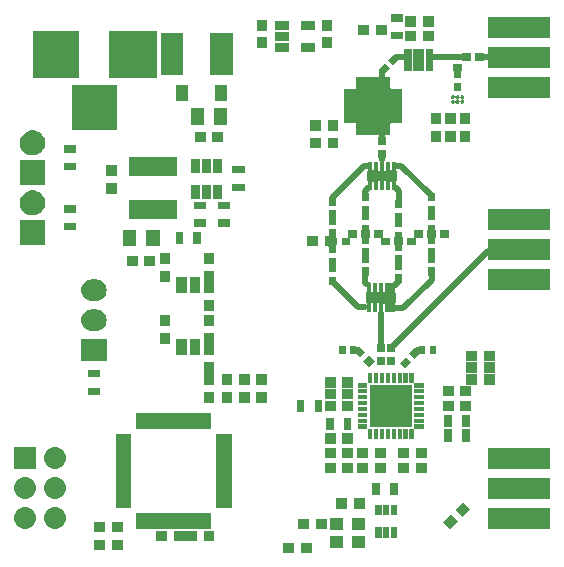
<source format=gbr>
G04 #@! TF.FileFunction,Soldermask,Top*
%FSLAX46Y46*%
G04 Gerber Fmt 4.6, Leading zero omitted, Abs format (unit mm)*
G04 Created by KiCad (PCBNEW 4.X.X-debug) date Tue Sep 13 20:33:14 2016*
%MOMM*%
%LPD*%
G01*
G04 APERTURE LIST*
%ADD10C,0.100000*%
%ADD11C,0.508000*%
G04 APERTURE END LIST*
D10*
D11*
X136750000Y-131500000D02*
X136400000Y-131500000D01*
X137600000Y-125550000D02*
X137600000Y-124850000D01*
X131400000Y-131500000D02*
X131050000Y-131500000D01*
X142400000Y-123100000D02*
X134200000Y-131300000D01*
X134400000Y-127950000D02*
X135150000Y-127950000D01*
X129200000Y-118900000D02*
X129200000Y-118600000D01*
X133300000Y-131100000D02*
X133300000Y-128400000D01*
X134450000Y-126050000D02*
X134800000Y-125700000D01*
X131400000Y-127900000D02*
X132000000Y-127900000D01*
X132000000Y-125800000D02*
X132200000Y-126000000D01*
X132000000Y-125200000D02*
X132000000Y-125800000D01*
X132300000Y-117750000D02*
X132000000Y-118050000D01*
X134800000Y-118050000D02*
X134500000Y-117750000D01*
X134800000Y-118050000D02*
X134800000Y-118800000D01*
X132000000Y-118050000D02*
X132000000Y-118500000D01*
X132300000Y-115900000D02*
X131900000Y-115900000D01*
X131900000Y-115900000D02*
X129200000Y-118600000D01*
X137600000Y-125550000D02*
X135150000Y-127950000D01*
X131400000Y-127900000D02*
X129200000Y-125700000D01*
X137525000Y-118400000D02*
X135000000Y-115900000D01*
X135000000Y-115900000D02*
X134550000Y-115900000D01*
X133400000Y-113800000D02*
X133400000Y-113400000D01*
X133400000Y-115400000D02*
X133400000Y-114850000D01*
X133400000Y-108300000D02*
X133400000Y-107900000D01*
X134600000Y-106700000D02*
X135225000Y-106700000D01*
X137800000Y-106700000D02*
X140300000Y-106700000D01*
X141850000Y-106700000D02*
X142600000Y-106700000D01*
D10*
G36*
X127463500Y-148688500D02*
X126536500Y-148688500D01*
X126536500Y-147811500D01*
X127463500Y-147811500D01*
X127463500Y-148688500D01*
X127463500Y-148688500D01*
G37*
G36*
X125963500Y-148688500D02*
X125036500Y-148688500D01*
X125036500Y-147811500D01*
X125963500Y-147811500D01*
X125963500Y-148688500D01*
X125963500Y-148688500D01*
G37*
G36*
X111463500Y-148438500D02*
X110536500Y-148438500D01*
X110536500Y-147561500D01*
X111463500Y-147561500D01*
X111463500Y-148438500D01*
X111463500Y-148438500D01*
G37*
G36*
X109963500Y-148438500D02*
X109036500Y-148438500D01*
X109036500Y-147561500D01*
X109963500Y-147561500D01*
X109963500Y-148438500D01*
X109963500Y-148438500D01*
G37*
G36*
X131988500Y-148288500D02*
X130861500Y-148288500D01*
X130861500Y-147261500D01*
X131988500Y-147261500D01*
X131988500Y-148288500D01*
X131988500Y-148288500D01*
G37*
G36*
X130138500Y-148288500D02*
X129011500Y-148288500D01*
X129011500Y-147261500D01*
X130138500Y-147261500D01*
X130138500Y-148288500D01*
X130138500Y-148288500D01*
G37*
G36*
X115213500Y-147688500D02*
X114286500Y-147688500D01*
X114286500Y-146811500D01*
X115213500Y-146811500D01*
X115213500Y-147688500D01*
X115213500Y-147688500D01*
G37*
G36*
X117713500Y-147688500D02*
X115786500Y-147688500D01*
X115786500Y-146811500D01*
X117713500Y-146811500D01*
X117713500Y-147688500D01*
X117713500Y-147688500D01*
G37*
G36*
X119213500Y-147688500D02*
X118286500Y-147688500D01*
X118286500Y-146811500D01*
X119213500Y-146811500D01*
X119213500Y-147688500D01*
X119213500Y-147688500D01*
G37*
G36*
X133362650Y-147388110D02*
X132836870Y-147388110D01*
X132836870Y-146511810D01*
X133362650Y-146511810D01*
X133362650Y-147388110D01*
X133362650Y-147388110D01*
G37*
G36*
X134012890Y-147388110D02*
X133487110Y-147388110D01*
X133487110Y-146511810D01*
X134012890Y-146511810D01*
X134012890Y-147388110D01*
X134012890Y-147388110D01*
G37*
G36*
X134663130Y-147388110D02*
X134137350Y-147388110D01*
X134137350Y-146511810D01*
X134663130Y-146511810D01*
X134663130Y-147388110D01*
X134663130Y-147388110D01*
G37*
G36*
X109963500Y-146938500D02*
X109036500Y-146938500D01*
X109036500Y-146061500D01*
X109963500Y-146061500D01*
X109963500Y-146938500D01*
X109963500Y-146938500D01*
G37*
G36*
X111463500Y-146938500D02*
X110536500Y-146938500D01*
X110536500Y-146061500D01*
X111463500Y-146061500D01*
X111463500Y-146938500D01*
X111463500Y-146938500D01*
G37*
G36*
X130138500Y-146738500D02*
X129011500Y-146738500D01*
X129011500Y-145711500D01*
X130138500Y-145711500D01*
X130138500Y-146738500D01*
X130138500Y-146738500D01*
G37*
G36*
X131988500Y-146738500D02*
X130861500Y-146738500D01*
X130861500Y-145711500D01*
X131988500Y-145711500D01*
X131988500Y-146738500D01*
X131988500Y-146738500D01*
G37*
G36*
X147603500Y-146703500D02*
X142396500Y-146703500D01*
X142396500Y-144876500D01*
X147603500Y-144876500D01*
X147603500Y-146703500D01*
X147603500Y-146703500D01*
G37*
G36*
X139827150Y-146042982D02*
X139171662Y-146698470D01*
X138551530Y-146078338D01*
X139207018Y-145422850D01*
X139827150Y-146042982D01*
X139827150Y-146042982D01*
G37*
G36*
X127213500Y-146688500D02*
X126286500Y-146688500D01*
X126286500Y-145811500D01*
X127213500Y-145811500D01*
X127213500Y-146688500D01*
X127213500Y-146688500D01*
G37*
G36*
X128713500Y-146688500D02*
X127786500Y-146688500D01*
X127786500Y-145811500D01*
X128713500Y-145811500D01*
X128713500Y-146688500D01*
X128713500Y-146688500D01*
G37*
G36*
X118913500Y-146663500D02*
X112586500Y-146663500D01*
X112586500Y-145336500D01*
X118913500Y-145336500D01*
X118913500Y-146663500D01*
X118913500Y-146663500D01*
G37*
G36*
X105724639Y-144792936D02*
X105732430Y-144792990D01*
X105912241Y-144813159D01*
X106084710Y-144867870D01*
X106243267Y-144955037D01*
X106381874Y-145071342D01*
X106495250Y-145212354D01*
X106579078Y-145372702D01*
X106630165Y-145546279D01*
X106630168Y-145546315D01*
X106630171Y-145546324D01*
X106646565Y-145726470D01*
X106627657Y-145906372D01*
X106627654Y-145906382D01*
X106627650Y-145906419D01*
X106574145Y-146079266D01*
X106488087Y-146238428D01*
X106372752Y-146377843D01*
X106232535Y-146492201D01*
X106072776Y-146577147D01*
X105899561Y-146629444D01*
X105719486Y-146647100D01*
X105710477Y-146647100D01*
X105705361Y-146647064D01*
X105697570Y-146647010D01*
X105517759Y-146626841D01*
X105345290Y-146572130D01*
X105186733Y-146484963D01*
X105048126Y-146368658D01*
X104934750Y-146227646D01*
X104850922Y-146067298D01*
X104799835Y-145893721D01*
X104799832Y-145893685D01*
X104799829Y-145893676D01*
X104783435Y-145713530D01*
X104802343Y-145533628D01*
X104802346Y-145533618D01*
X104802350Y-145533581D01*
X104855855Y-145360734D01*
X104941913Y-145201572D01*
X105057248Y-145062157D01*
X105197465Y-144947799D01*
X105357224Y-144862853D01*
X105530439Y-144810556D01*
X105710514Y-144792900D01*
X105719523Y-144792900D01*
X105724639Y-144792936D01*
X105724639Y-144792936D01*
G37*
G36*
X103184639Y-144792936D02*
X103192430Y-144792990D01*
X103372241Y-144813159D01*
X103544710Y-144867870D01*
X103703267Y-144955037D01*
X103841874Y-145071342D01*
X103955250Y-145212354D01*
X104039078Y-145372702D01*
X104090165Y-145546279D01*
X104090168Y-145546315D01*
X104090171Y-145546324D01*
X104106565Y-145726470D01*
X104087657Y-145906372D01*
X104087654Y-145906382D01*
X104087650Y-145906419D01*
X104034145Y-146079266D01*
X103948087Y-146238428D01*
X103832752Y-146377843D01*
X103692535Y-146492201D01*
X103532776Y-146577147D01*
X103359561Y-146629444D01*
X103179486Y-146647100D01*
X103170477Y-146647100D01*
X103165361Y-146647064D01*
X103157570Y-146647010D01*
X102977759Y-146626841D01*
X102805290Y-146572130D01*
X102646733Y-146484963D01*
X102508126Y-146368658D01*
X102394750Y-146227646D01*
X102310922Y-146067298D01*
X102259835Y-145893721D01*
X102259832Y-145893685D01*
X102259829Y-145893676D01*
X102243435Y-145713530D01*
X102262343Y-145533628D01*
X102262346Y-145533618D01*
X102262350Y-145533581D01*
X102315855Y-145360734D01*
X102401913Y-145201572D01*
X102517248Y-145062157D01*
X102657465Y-144947799D01*
X102817224Y-144862853D01*
X102990439Y-144810556D01*
X103170514Y-144792900D01*
X103179523Y-144792900D01*
X103184639Y-144792936D01*
X103184639Y-144792936D01*
G37*
G36*
X140887810Y-144982322D02*
X140232322Y-145637810D01*
X139612190Y-145017678D01*
X140267678Y-144362190D01*
X140887810Y-144982322D01*
X140887810Y-144982322D01*
G37*
G36*
X133362650Y-145488190D02*
X132836870Y-145488190D01*
X132836870Y-144611890D01*
X133362650Y-144611890D01*
X133362650Y-145488190D01*
X133362650Y-145488190D01*
G37*
G36*
X134012890Y-145488190D02*
X133487110Y-145488190D01*
X133487110Y-144611890D01*
X134012890Y-144611890D01*
X134012890Y-145488190D01*
X134012890Y-145488190D01*
G37*
G36*
X134663130Y-145488190D02*
X134137350Y-145488190D01*
X134137350Y-144611890D01*
X134663130Y-144611890D01*
X134663130Y-145488190D01*
X134663130Y-145488190D01*
G37*
G36*
X130463500Y-144938500D02*
X129536500Y-144938500D01*
X129536500Y-144061500D01*
X130463500Y-144061500D01*
X130463500Y-144938500D01*
X130463500Y-144938500D01*
G37*
G36*
X131963500Y-144938500D02*
X131036500Y-144938500D01*
X131036500Y-144061500D01*
X131963500Y-144061500D01*
X131963500Y-144938500D01*
X131963500Y-144938500D01*
G37*
G36*
X120663500Y-144913500D02*
X119336500Y-144913500D01*
X119336500Y-138586500D01*
X120663500Y-138586500D01*
X120663500Y-144913500D01*
X120663500Y-144913500D01*
G37*
G36*
X112163500Y-144913500D02*
X110836500Y-144913500D01*
X110836500Y-138586500D01*
X112163500Y-138586500D01*
X112163500Y-144913500D01*
X112163500Y-144913500D01*
G37*
G36*
X147603500Y-144163500D02*
X142396500Y-144163500D01*
X142396500Y-142336500D01*
X147603500Y-142336500D01*
X147603500Y-144163500D01*
X147603500Y-144163500D01*
G37*
G36*
X105724639Y-142252936D02*
X105732430Y-142252990D01*
X105912241Y-142273159D01*
X106084710Y-142327870D01*
X106243267Y-142415037D01*
X106381874Y-142531342D01*
X106495250Y-142672354D01*
X106579078Y-142832702D01*
X106630165Y-143006279D01*
X106630168Y-143006315D01*
X106630171Y-143006324D01*
X106646565Y-143186470D01*
X106627657Y-143366372D01*
X106627654Y-143366382D01*
X106627650Y-143366419D01*
X106574145Y-143539266D01*
X106488087Y-143698428D01*
X106372752Y-143837843D01*
X106232535Y-143952201D01*
X106072776Y-144037147D01*
X105899561Y-144089444D01*
X105719486Y-144107100D01*
X105710477Y-144107100D01*
X105705361Y-144107064D01*
X105697570Y-144107010D01*
X105517759Y-144086841D01*
X105345290Y-144032130D01*
X105186733Y-143944963D01*
X105048126Y-143828658D01*
X104934750Y-143687646D01*
X104850922Y-143527298D01*
X104799835Y-143353721D01*
X104799832Y-143353685D01*
X104799829Y-143353676D01*
X104783435Y-143173530D01*
X104802343Y-142993628D01*
X104802346Y-142993618D01*
X104802350Y-142993581D01*
X104855855Y-142820734D01*
X104941913Y-142661572D01*
X105057248Y-142522157D01*
X105197465Y-142407799D01*
X105357224Y-142322853D01*
X105530439Y-142270556D01*
X105710514Y-142252900D01*
X105719523Y-142252900D01*
X105724639Y-142252936D01*
X105724639Y-142252936D01*
G37*
G36*
X103184639Y-142252936D02*
X103192430Y-142252990D01*
X103372241Y-142273159D01*
X103544710Y-142327870D01*
X103703267Y-142415037D01*
X103841874Y-142531342D01*
X103955250Y-142672354D01*
X104039078Y-142832702D01*
X104090165Y-143006279D01*
X104090168Y-143006315D01*
X104090171Y-143006324D01*
X104106565Y-143186470D01*
X104087657Y-143366372D01*
X104087654Y-143366382D01*
X104087650Y-143366419D01*
X104034145Y-143539266D01*
X103948087Y-143698428D01*
X103832752Y-143837843D01*
X103692535Y-143952201D01*
X103532776Y-144037147D01*
X103359561Y-144089444D01*
X103179486Y-144107100D01*
X103170477Y-144107100D01*
X103165361Y-144107064D01*
X103157570Y-144107010D01*
X102977759Y-144086841D01*
X102805290Y-144032130D01*
X102646733Y-143944963D01*
X102508126Y-143828658D01*
X102394750Y-143687646D01*
X102310922Y-143527298D01*
X102259835Y-143353721D01*
X102259832Y-143353685D01*
X102259829Y-143353676D01*
X102243435Y-143173530D01*
X102262343Y-142993628D01*
X102262346Y-142993618D01*
X102262350Y-142993581D01*
X102315855Y-142820734D01*
X102401913Y-142661572D01*
X102517248Y-142522157D01*
X102657465Y-142407799D01*
X102817224Y-142322853D01*
X102990439Y-142270556D01*
X103170514Y-142252900D01*
X103179523Y-142252900D01*
X103184639Y-142252936D01*
X103184639Y-142252936D01*
G37*
G36*
X133213500Y-143763500D02*
X132586500Y-143763500D01*
X132586500Y-142736500D01*
X133213500Y-142736500D01*
X133213500Y-143763500D01*
X133213500Y-143763500D01*
G37*
G36*
X134713500Y-143763500D02*
X134086500Y-143763500D01*
X134086500Y-142736500D01*
X134713500Y-142736500D01*
X134713500Y-143763500D01*
X134713500Y-143763500D01*
G37*
G36*
X130963500Y-141938500D02*
X130036500Y-141938500D01*
X130036500Y-141061500D01*
X130963500Y-141061500D01*
X130963500Y-141938500D01*
X130963500Y-141938500D01*
G37*
G36*
X135713500Y-141938500D02*
X134786500Y-141938500D01*
X134786500Y-141061500D01*
X135713500Y-141061500D01*
X135713500Y-141938500D01*
X135713500Y-141938500D01*
G37*
G36*
X132213500Y-141938500D02*
X131286500Y-141938500D01*
X131286500Y-141061500D01*
X132213500Y-141061500D01*
X132213500Y-141938500D01*
X132213500Y-141938500D01*
G37*
G36*
X133713500Y-141938500D02*
X132786500Y-141938500D01*
X132786500Y-141061500D01*
X133713500Y-141061500D01*
X133713500Y-141938500D01*
X133713500Y-141938500D01*
G37*
G36*
X137213500Y-141938500D02*
X136286500Y-141938500D01*
X136286500Y-141061500D01*
X137213500Y-141061500D01*
X137213500Y-141938500D01*
X137213500Y-141938500D01*
G37*
G36*
X129463500Y-141938500D02*
X128536500Y-141938500D01*
X128536500Y-141061500D01*
X129463500Y-141061500D01*
X129463500Y-141938500D01*
X129463500Y-141938500D01*
G37*
G36*
X147603500Y-141623500D02*
X142396500Y-141623500D01*
X142396500Y-139796500D01*
X147603500Y-139796500D01*
X147603500Y-141623500D01*
X147603500Y-141623500D01*
G37*
G36*
X104102100Y-141567100D02*
X102247900Y-141567100D01*
X102247900Y-139712900D01*
X104102100Y-139712900D01*
X104102100Y-141567100D01*
X104102100Y-141567100D01*
G37*
G36*
X105724639Y-139712936D02*
X105732430Y-139712990D01*
X105912241Y-139733159D01*
X106084710Y-139787870D01*
X106243267Y-139875037D01*
X106381874Y-139991342D01*
X106495250Y-140132354D01*
X106579078Y-140292702D01*
X106630165Y-140466279D01*
X106630168Y-140466315D01*
X106630171Y-140466324D01*
X106646565Y-140646470D01*
X106627657Y-140826372D01*
X106627654Y-140826382D01*
X106627650Y-140826419D01*
X106574145Y-140999266D01*
X106488087Y-141158428D01*
X106372752Y-141297843D01*
X106232535Y-141412201D01*
X106072776Y-141497147D01*
X105899561Y-141549444D01*
X105719486Y-141567100D01*
X105710477Y-141567100D01*
X105705361Y-141567064D01*
X105697570Y-141567010D01*
X105517759Y-141546841D01*
X105345290Y-141492130D01*
X105186733Y-141404963D01*
X105048126Y-141288658D01*
X104934750Y-141147646D01*
X104850922Y-140987298D01*
X104799835Y-140813721D01*
X104799832Y-140813685D01*
X104799829Y-140813676D01*
X104783435Y-140633530D01*
X104802343Y-140453628D01*
X104802346Y-140453618D01*
X104802350Y-140453581D01*
X104855855Y-140280734D01*
X104941913Y-140121572D01*
X105057248Y-139982157D01*
X105197465Y-139867799D01*
X105357224Y-139782853D01*
X105530439Y-139730556D01*
X105710514Y-139712900D01*
X105719523Y-139712900D01*
X105724639Y-139712936D01*
X105724639Y-139712936D01*
G37*
G36*
X130963500Y-140688500D02*
X130036500Y-140688500D01*
X130036500Y-139811500D01*
X130963500Y-139811500D01*
X130963500Y-140688500D01*
X130963500Y-140688500D01*
G37*
G36*
X129463500Y-140688500D02*
X128536500Y-140688500D01*
X128536500Y-139811500D01*
X129463500Y-139811500D01*
X129463500Y-140688500D01*
X129463500Y-140688500D01*
G37*
G36*
X137213500Y-140688500D02*
X136286500Y-140688500D01*
X136286500Y-139811500D01*
X137213500Y-139811500D01*
X137213500Y-140688500D01*
X137213500Y-140688500D01*
G37*
G36*
X132213500Y-140688500D02*
X131286500Y-140688500D01*
X131286500Y-139811500D01*
X132213500Y-139811500D01*
X132213500Y-140688500D01*
X132213500Y-140688500D01*
G37*
G36*
X133713500Y-140688500D02*
X132786500Y-140688500D01*
X132786500Y-139811500D01*
X133713500Y-139811500D01*
X133713500Y-140688500D01*
X133713500Y-140688500D01*
G37*
G36*
X135713500Y-140688500D02*
X134786500Y-140688500D01*
X134786500Y-139811500D01*
X135713500Y-139811500D01*
X135713500Y-140688500D01*
X135713500Y-140688500D01*
G37*
G36*
X130963500Y-139438500D02*
X130036500Y-139438500D01*
X130036500Y-138561500D01*
X130963500Y-138561500D01*
X130963500Y-139438500D01*
X130963500Y-139438500D01*
G37*
G36*
X129463500Y-139438500D02*
X128536500Y-139438500D01*
X128536500Y-138561500D01*
X129463500Y-138561500D01*
X129463500Y-139438500D01*
X129463500Y-139438500D01*
G37*
G36*
X139313500Y-139263500D02*
X138686500Y-139263500D01*
X138686500Y-138236500D01*
X139313500Y-138236500D01*
X139313500Y-139263500D01*
X139313500Y-139263500D01*
G37*
G36*
X140813500Y-139263500D02*
X140186500Y-139263500D01*
X140186500Y-138236500D01*
X140813500Y-138236500D01*
X140813500Y-139263500D01*
X140813500Y-139263500D01*
G37*
G36*
X135088500Y-139063500D02*
X134711500Y-139063500D01*
X134711500Y-138236500D01*
X135088500Y-138236500D01*
X135088500Y-139063500D01*
X135088500Y-139063500D01*
G37*
G36*
X136088500Y-138239300D02*
X136088500Y-139063500D01*
X135711500Y-139063500D01*
X135711500Y-138236500D01*
X136085700Y-138236500D01*
X136088806Y-138236194D01*
X136088500Y-138239300D01*
X136088500Y-138239300D01*
G37*
G36*
X135588500Y-139063500D02*
X135211500Y-139063500D01*
X135211500Y-138236500D01*
X135588500Y-138236500D01*
X135588500Y-139063500D01*
X135588500Y-139063500D01*
G37*
G36*
X132214300Y-138236500D02*
X132588500Y-138236500D01*
X132588500Y-139063500D01*
X132211500Y-139063500D01*
X132211500Y-138239300D01*
X132211194Y-138236194D01*
X132214300Y-138236500D01*
X132214300Y-138236500D01*
G37*
G36*
X133088500Y-139063500D02*
X132711500Y-139063500D01*
X132711500Y-138236500D01*
X133088500Y-138236500D01*
X133088500Y-139063500D01*
X133088500Y-139063500D01*
G37*
G36*
X134588500Y-139063500D02*
X134211500Y-139063500D01*
X134211500Y-138236500D01*
X134588500Y-138236500D01*
X134588500Y-139063500D01*
X134588500Y-139063500D01*
G37*
G36*
X134088500Y-139063500D02*
X133711500Y-139063500D01*
X133711500Y-138236500D01*
X134088500Y-138236500D01*
X134088500Y-139063500D01*
X134088500Y-139063500D01*
G37*
G36*
X133588500Y-139063500D02*
X133211500Y-139063500D01*
X133211500Y-138236500D01*
X133588500Y-138236500D01*
X133588500Y-139063500D01*
X133588500Y-139063500D01*
G37*
G36*
X129313500Y-138263500D02*
X128686500Y-138263500D01*
X128686500Y-137236500D01*
X129313500Y-137236500D01*
X129313500Y-138263500D01*
X129313500Y-138263500D01*
G37*
G36*
X130813500Y-138263500D02*
X130186500Y-138263500D01*
X130186500Y-137236500D01*
X130813500Y-137236500D01*
X130813500Y-138263500D01*
X130813500Y-138263500D01*
G37*
G36*
X136963500Y-138188500D02*
X136139300Y-138188500D01*
X136136194Y-138188806D01*
X136136500Y-138185700D01*
X136136500Y-137811500D01*
X136963500Y-137811500D01*
X136963500Y-138188500D01*
X136963500Y-138188500D01*
G37*
G36*
X132163500Y-138185700D02*
X132163806Y-138188806D01*
X132160700Y-138188500D01*
X131336500Y-138188500D01*
X131336500Y-137811500D01*
X132163500Y-137811500D01*
X132163500Y-138185700D01*
X132163500Y-138185700D01*
G37*
G36*
X118913500Y-138163500D02*
X112586500Y-138163500D01*
X112586500Y-136836500D01*
X118913500Y-136836500D01*
X118913500Y-138163500D01*
X118913500Y-138163500D01*
G37*
G36*
X135938500Y-138038500D02*
X132361500Y-138038500D01*
X132361500Y-134461500D01*
X135938500Y-134461500D01*
X135938500Y-138038500D01*
X135938500Y-138038500D01*
G37*
G36*
X140813500Y-138013500D02*
X140186500Y-138013500D01*
X140186500Y-136986500D01*
X140813500Y-136986500D01*
X140813500Y-138013500D01*
X140813500Y-138013500D01*
G37*
G36*
X139313500Y-138013500D02*
X138686500Y-138013500D01*
X138686500Y-136986500D01*
X139313500Y-136986500D01*
X139313500Y-138013500D01*
X139313500Y-138013500D01*
G37*
G36*
X132163500Y-137688500D02*
X131336500Y-137688500D01*
X131336500Y-137311500D01*
X132163500Y-137311500D01*
X132163500Y-137688500D01*
X132163500Y-137688500D01*
G37*
G36*
X136963500Y-137688500D02*
X136136500Y-137688500D01*
X136136500Y-137311500D01*
X136963500Y-137311500D01*
X136963500Y-137688500D01*
X136963500Y-137688500D01*
G37*
G36*
X136963500Y-137188500D02*
X136136500Y-137188500D01*
X136136500Y-136811500D01*
X136963500Y-136811500D01*
X136963500Y-137188500D01*
X136963500Y-137188500D01*
G37*
G36*
X132163500Y-137188500D02*
X131336500Y-137188500D01*
X131336500Y-136811500D01*
X132163500Y-136811500D01*
X132163500Y-137188500D01*
X132163500Y-137188500D01*
G37*
G36*
X128313500Y-136763500D02*
X127686500Y-136763500D01*
X127686500Y-135736500D01*
X128313500Y-135736500D01*
X128313500Y-136763500D01*
X128313500Y-136763500D01*
G37*
G36*
X126813500Y-136763500D02*
X126186500Y-136763500D01*
X126186500Y-135736500D01*
X126813500Y-135736500D01*
X126813500Y-136763500D01*
X126813500Y-136763500D01*
G37*
G36*
X129463500Y-136688500D02*
X128536500Y-136688500D01*
X128536500Y-135811500D01*
X129463500Y-135811500D01*
X129463500Y-136688500D01*
X129463500Y-136688500D01*
G37*
G36*
X140963500Y-136688500D02*
X140036500Y-136688500D01*
X140036500Y-135811500D01*
X140963500Y-135811500D01*
X140963500Y-136688500D01*
X140963500Y-136688500D01*
G37*
G36*
X130963500Y-136688500D02*
X130036500Y-136688500D01*
X130036500Y-135811500D01*
X130963500Y-135811500D01*
X130963500Y-136688500D01*
X130963500Y-136688500D01*
G37*
G36*
X132163500Y-136688500D02*
X131336500Y-136688500D01*
X131336500Y-136311500D01*
X132163500Y-136311500D01*
X132163500Y-136688500D01*
X132163500Y-136688500D01*
G37*
G36*
X136963500Y-136688500D02*
X136136500Y-136688500D01*
X136136500Y-136311500D01*
X136963500Y-136311500D01*
X136963500Y-136688500D01*
X136963500Y-136688500D01*
G37*
G36*
X139463500Y-136688500D02*
X138536500Y-136688500D01*
X138536500Y-135811500D01*
X139463500Y-135811500D01*
X139463500Y-136688500D01*
X139463500Y-136688500D01*
G37*
G36*
X136963500Y-136188500D02*
X136136500Y-136188500D01*
X136136500Y-135811500D01*
X136963500Y-135811500D01*
X136963500Y-136188500D01*
X136963500Y-136188500D01*
G37*
G36*
X132163500Y-136188500D02*
X131336500Y-136188500D01*
X131336500Y-135811500D01*
X132163500Y-135811500D01*
X132163500Y-136188500D01*
X132163500Y-136188500D01*
G37*
G36*
X119188500Y-135963500D02*
X118311500Y-135963500D01*
X118311500Y-135036500D01*
X119188500Y-135036500D01*
X119188500Y-135963500D01*
X119188500Y-135963500D01*
G37*
G36*
X122188500Y-135963500D02*
X121311500Y-135963500D01*
X121311500Y-135036500D01*
X122188500Y-135036500D01*
X122188500Y-135963500D01*
X122188500Y-135963500D01*
G37*
G36*
X120688500Y-135963500D02*
X119811500Y-135963500D01*
X119811500Y-135036500D01*
X120688500Y-135036500D01*
X120688500Y-135963500D01*
X120688500Y-135963500D01*
G37*
G36*
X123638500Y-135963500D02*
X122761500Y-135963500D01*
X122761500Y-135036500D01*
X123638500Y-135036500D01*
X123638500Y-135963500D01*
X123638500Y-135963500D01*
G37*
G36*
X130963500Y-135688500D02*
X130036500Y-135688500D01*
X130036500Y-134811500D01*
X130963500Y-134811500D01*
X130963500Y-135688500D01*
X130963500Y-135688500D01*
G37*
G36*
X129463500Y-135688500D02*
X128536500Y-135688500D01*
X128536500Y-134811500D01*
X129463500Y-134811500D01*
X129463500Y-135688500D01*
X129463500Y-135688500D01*
G37*
G36*
X132163500Y-135688500D02*
X131336500Y-135688500D01*
X131336500Y-135311500D01*
X132163500Y-135311500D01*
X132163500Y-135688500D01*
X132163500Y-135688500D01*
G37*
G36*
X136963500Y-135688500D02*
X136136500Y-135688500D01*
X136136500Y-135311500D01*
X136963500Y-135311500D01*
X136963500Y-135688500D01*
X136963500Y-135688500D01*
G37*
G36*
X139463500Y-135438500D02*
X138536500Y-135438500D01*
X138536500Y-134561500D01*
X139463500Y-134561500D01*
X139463500Y-135438500D01*
X139463500Y-135438500D01*
G37*
G36*
X140963500Y-135438500D02*
X140036500Y-135438500D01*
X140036500Y-134561500D01*
X140963500Y-134561500D01*
X140963500Y-135438500D01*
X140963500Y-135438500D01*
G37*
G36*
X109513500Y-135313500D02*
X108486500Y-135313500D01*
X108486500Y-134686500D01*
X109513500Y-134686500D01*
X109513500Y-135313500D01*
X109513500Y-135313500D01*
G37*
G36*
X136963500Y-135188500D02*
X136136500Y-135188500D01*
X136136500Y-134811500D01*
X136963500Y-134811500D01*
X136963500Y-135188500D01*
X136963500Y-135188500D01*
G37*
G36*
X132163500Y-135188500D02*
X131336500Y-135188500D01*
X131336500Y-134811500D01*
X132163500Y-134811500D01*
X132163500Y-135188500D01*
X132163500Y-135188500D01*
G37*
G36*
X129463500Y-134688500D02*
X128536500Y-134688500D01*
X128536500Y-133811500D01*
X129463500Y-133811500D01*
X129463500Y-134688500D01*
X129463500Y-134688500D01*
G37*
G36*
X132163500Y-134314300D02*
X132163500Y-134688500D01*
X131336500Y-134688500D01*
X131336500Y-134311500D01*
X132160700Y-134311500D01*
X132163806Y-134311194D01*
X132163500Y-134314300D01*
X132163500Y-134314300D01*
G37*
G36*
X130963500Y-134688500D02*
X130036500Y-134688500D01*
X130036500Y-133811500D01*
X130963500Y-133811500D01*
X130963500Y-134688500D01*
X130963500Y-134688500D01*
G37*
G36*
X136139300Y-134311500D02*
X136963500Y-134311500D01*
X136963500Y-134688500D01*
X136136500Y-134688500D01*
X136136500Y-134314300D01*
X136136194Y-134311194D01*
X136139300Y-134311500D01*
X136139300Y-134311500D01*
G37*
G36*
X122188500Y-134463500D02*
X121311500Y-134463500D01*
X121311500Y-133536500D01*
X122188500Y-133536500D01*
X122188500Y-134463500D01*
X122188500Y-134463500D01*
G37*
G36*
X123638500Y-134463500D02*
X122761500Y-134463500D01*
X122761500Y-133536500D01*
X123638500Y-133536500D01*
X123638500Y-134463500D01*
X123638500Y-134463500D01*
G37*
G36*
X120688500Y-134463500D02*
X119811500Y-134463500D01*
X119811500Y-133536500D01*
X120688500Y-133536500D01*
X120688500Y-134463500D01*
X120688500Y-134463500D01*
G37*
G36*
X119188500Y-134463500D02*
X118311500Y-134463500D01*
X118311500Y-132536500D01*
X119188500Y-132536500D01*
X119188500Y-134463500D01*
X119188500Y-134463500D01*
G37*
G36*
X142963500Y-134438500D02*
X142036500Y-134438500D01*
X142036500Y-133561500D01*
X142963500Y-133561500D01*
X142963500Y-134438500D01*
X142963500Y-134438500D01*
G37*
G36*
X141463500Y-134438500D02*
X140536500Y-134438500D01*
X140536500Y-133561500D01*
X141463500Y-133561500D01*
X141463500Y-134438500D01*
X141463500Y-134438500D01*
G37*
G36*
X132588500Y-134263500D02*
X132214300Y-134263500D01*
X132211194Y-134263806D01*
X132211500Y-134260700D01*
X132211500Y-133436500D01*
X132588500Y-133436500D01*
X132588500Y-134263500D01*
X132588500Y-134263500D01*
G37*
G36*
X136088500Y-134260700D02*
X136088806Y-134263806D01*
X136085700Y-134263500D01*
X135711500Y-134263500D01*
X135711500Y-133436500D01*
X136088500Y-133436500D01*
X136088500Y-134260700D01*
X136088500Y-134260700D01*
G37*
G36*
X133088500Y-134263500D02*
X132711500Y-134263500D01*
X132711500Y-133436500D01*
X133088500Y-133436500D01*
X133088500Y-134263500D01*
X133088500Y-134263500D01*
G37*
G36*
X135588500Y-134263500D02*
X135211500Y-134263500D01*
X135211500Y-133436500D01*
X135588500Y-133436500D01*
X135588500Y-134263500D01*
X135588500Y-134263500D01*
G37*
G36*
X135088500Y-134263500D02*
X134711500Y-134263500D01*
X134711500Y-133436500D01*
X135088500Y-133436500D01*
X135088500Y-134263500D01*
X135088500Y-134263500D01*
G37*
G36*
X134588500Y-134263500D02*
X134211500Y-134263500D01*
X134211500Y-133436500D01*
X134588500Y-133436500D01*
X134588500Y-134263500D01*
X134588500Y-134263500D01*
G37*
G36*
X134088500Y-134263500D02*
X133711500Y-134263500D01*
X133711500Y-133436500D01*
X134088500Y-133436500D01*
X134088500Y-134263500D01*
X134088500Y-134263500D01*
G37*
G36*
X133588500Y-134263500D02*
X133211500Y-134263500D01*
X133211500Y-133436500D01*
X133588500Y-133436500D01*
X133588500Y-134263500D01*
X133588500Y-134263500D01*
G37*
G36*
X109513500Y-133813500D02*
X108486500Y-133813500D01*
X108486500Y-133186500D01*
X109513500Y-133186500D01*
X109513500Y-133813500D01*
X109513500Y-133813500D01*
G37*
G36*
X142963500Y-133438500D02*
X142036500Y-133438500D01*
X142036500Y-132561500D01*
X142963500Y-132561500D01*
X142963500Y-133438500D01*
X142963500Y-133438500D01*
G37*
G36*
X141463500Y-133438500D02*
X140536500Y-133438500D01*
X140536500Y-132561500D01*
X141463500Y-132561500D01*
X141463500Y-133438500D01*
X141463500Y-133438500D01*
G37*
G36*
X135889802Y-132503554D02*
X135375736Y-133017620D01*
X134932380Y-132574264D01*
X135446446Y-132060198D01*
X135889802Y-132503554D01*
X135889802Y-132503554D01*
G37*
G36*
X132778711Y-132485355D02*
X132335355Y-132928711D01*
X131821289Y-132414645D01*
X132264645Y-131971289D01*
X132778711Y-132485355D01*
X132778711Y-132485355D01*
G37*
G36*
X133613500Y-132813500D02*
X132986500Y-132813500D01*
X132986500Y-132086500D01*
X133613500Y-132086500D01*
X133613500Y-132813500D01*
X133613500Y-132813500D01*
G37*
G36*
X134463500Y-132813500D02*
X133836500Y-132813500D01*
X133836500Y-132086500D01*
X134463500Y-132086500D01*
X134463500Y-132813500D01*
X134463500Y-132813500D01*
G37*
G36*
X110079500Y-132467100D02*
X107920500Y-132467100D01*
X107920500Y-130612900D01*
X110079500Y-130612900D01*
X110079500Y-132467100D01*
X110079500Y-132467100D01*
G37*
G36*
X141463500Y-132438500D02*
X140536500Y-132438500D01*
X140536500Y-131561500D01*
X141463500Y-131561500D01*
X141463500Y-132438500D01*
X141463500Y-132438500D01*
G37*
G36*
X142963500Y-132438500D02*
X142036500Y-132438500D01*
X142036500Y-131561500D01*
X142963500Y-131561500D01*
X142963500Y-132438500D01*
X142963500Y-132438500D01*
G37*
G36*
X137063500Y-131863500D02*
X136550898Y-131863500D01*
X136540987Y-131864476D01*
X136531458Y-131867367D01*
X136522675Y-131872061D01*
X136514977Y-131878379D01*
X136153554Y-132239802D01*
X135710198Y-131796446D01*
X136224264Y-131282380D01*
X136449779Y-131507895D01*
X136457477Y-131514213D01*
X136466260Y-131518907D01*
X136475789Y-131521798D01*
X136485700Y-131522774D01*
X136495611Y-131521798D01*
X136505140Y-131518907D01*
X136513923Y-131514213D01*
X136521621Y-131507895D01*
X136527939Y-131500197D01*
X136532633Y-131491414D01*
X136535524Y-131481885D01*
X136536500Y-131471974D01*
X136536500Y-131136500D01*
X137063500Y-131136500D01*
X137063500Y-131863500D01*
X137063500Y-131863500D01*
G37*
G36*
X131213500Y-131344156D02*
X131214476Y-131354067D01*
X131217367Y-131363596D01*
X131222061Y-131372379D01*
X131228379Y-131380077D01*
X131236077Y-131386395D01*
X131244860Y-131391089D01*
X131254389Y-131393980D01*
X131264300Y-131394956D01*
X131274211Y-131393980D01*
X131283740Y-131391089D01*
X131292523Y-131386395D01*
X131300221Y-131380077D01*
X131486827Y-131193471D01*
X132000893Y-131707537D01*
X131557537Y-132150893D01*
X131285023Y-131878379D01*
X131277325Y-131872061D01*
X131268542Y-131867367D01*
X131259013Y-131864476D01*
X131249102Y-131863500D01*
X130686500Y-131863500D01*
X130686500Y-131136500D01*
X131213500Y-131136500D01*
X131213500Y-131344156D01*
X131213500Y-131344156D01*
G37*
G36*
X119188500Y-131963500D02*
X118311500Y-131963500D01*
X118311500Y-130036500D01*
X119188500Y-130036500D01*
X119188500Y-131963500D01*
X119188500Y-131963500D01*
G37*
G36*
X118013500Y-131953500D02*
X117136500Y-131953500D01*
X117136500Y-130546500D01*
X118013500Y-130546500D01*
X118013500Y-131953500D01*
X118013500Y-131953500D01*
G37*
G36*
X116863500Y-131953500D02*
X115986500Y-131953500D01*
X115986500Y-130546500D01*
X116863500Y-130546500D01*
X116863500Y-131953500D01*
X116863500Y-131953500D01*
G37*
G36*
X130313500Y-131863500D02*
X129786500Y-131863500D01*
X129786500Y-131136500D01*
X130313500Y-131136500D01*
X130313500Y-131863500D01*
X130313500Y-131863500D01*
G37*
G36*
X137963500Y-131863500D02*
X137436500Y-131863500D01*
X137436500Y-131136500D01*
X137963500Y-131136500D01*
X137963500Y-131863500D01*
X137963500Y-131863500D01*
G37*
G36*
X134463500Y-131713500D02*
X133836500Y-131713500D01*
X133836500Y-130986500D01*
X134463500Y-130986500D01*
X134463500Y-131713500D01*
X134463500Y-131713500D01*
G37*
G36*
X133613500Y-131713500D02*
X132986500Y-131713500D01*
X132986500Y-130986500D01*
X133613500Y-130986500D01*
X133613500Y-131713500D01*
X133613500Y-131713500D01*
G37*
G36*
X115438500Y-130963500D02*
X114561500Y-130963500D01*
X114561500Y-130036500D01*
X115438500Y-130036500D01*
X115438500Y-130963500D01*
X115438500Y-130963500D01*
G37*
G36*
X109162776Y-128072936D02*
X109170567Y-128072990D01*
X109350378Y-128093159D01*
X109522847Y-128147870D01*
X109681404Y-128235037D01*
X109820011Y-128351342D01*
X109933387Y-128492354D01*
X110017215Y-128652702D01*
X110068302Y-128826279D01*
X110068305Y-128826315D01*
X110068308Y-128826324D01*
X110084702Y-129006470D01*
X110065794Y-129186372D01*
X110065791Y-129186382D01*
X110065787Y-129186419D01*
X110012282Y-129359266D01*
X109926224Y-129518428D01*
X109810889Y-129657843D01*
X109670672Y-129772201D01*
X109510913Y-129857147D01*
X109337698Y-129909444D01*
X109157623Y-129927100D01*
X108842340Y-129927100D01*
X108837224Y-129927064D01*
X108829433Y-129927010D01*
X108649622Y-129906841D01*
X108477153Y-129852130D01*
X108318596Y-129764963D01*
X108179989Y-129648658D01*
X108066613Y-129507646D01*
X107982785Y-129347298D01*
X107931698Y-129173721D01*
X107931695Y-129173685D01*
X107931692Y-129173676D01*
X107915298Y-128993530D01*
X107934206Y-128813628D01*
X107934209Y-128813618D01*
X107934213Y-128813581D01*
X107987718Y-128640734D01*
X108073776Y-128481572D01*
X108189111Y-128342157D01*
X108329328Y-128227799D01*
X108489087Y-128142853D01*
X108662302Y-128090556D01*
X108842377Y-128072900D01*
X109157660Y-128072900D01*
X109162776Y-128072936D01*
X109162776Y-128072936D01*
G37*
G36*
X119188500Y-129463500D02*
X118311500Y-129463500D01*
X118311500Y-128536500D01*
X119188500Y-128536500D01*
X119188500Y-129463500D01*
X119188500Y-129463500D01*
G37*
G36*
X115438500Y-129463500D02*
X114561500Y-129463500D01*
X114561500Y-128536500D01*
X115438500Y-128536500D01*
X115438500Y-129463500D01*
X115438500Y-129463500D01*
G37*
G36*
X135113500Y-125813500D02*
X134539300Y-125813500D01*
X134529389Y-125814476D01*
X134519860Y-125817367D01*
X134511077Y-125822061D01*
X134503379Y-125828379D01*
X134497061Y-125836077D01*
X134492367Y-125844860D01*
X134489476Y-125854389D01*
X134488500Y-125864300D01*
X134488500Y-126592733D01*
X134489476Y-126602644D01*
X134492367Y-126612173D01*
X134497061Y-126620956D01*
X134503379Y-126628654D01*
X134511077Y-126634972D01*
X134519860Y-126639666D01*
X134529389Y-126642557D01*
X134539300Y-126643533D01*
X134563500Y-126643533D01*
X134563500Y-127530533D01*
X134539300Y-127530533D01*
X134529389Y-127531509D01*
X134519860Y-127534400D01*
X134511077Y-127539094D01*
X134503379Y-127545412D01*
X134497061Y-127553110D01*
X134492367Y-127561893D01*
X134489476Y-127571422D01*
X134488500Y-127581333D01*
X134488500Y-128300533D01*
X134111500Y-128300533D01*
X134111500Y-127581333D01*
X134110524Y-127571422D01*
X134107633Y-127561893D01*
X134102939Y-127553110D01*
X134096621Y-127545412D01*
X134088923Y-127539094D01*
X134080140Y-127534400D01*
X134070611Y-127531509D01*
X134060700Y-127530533D01*
X134039300Y-127530533D01*
X134029389Y-127531509D01*
X134019860Y-127534400D01*
X134011077Y-127539094D01*
X134003379Y-127545412D01*
X133997061Y-127553110D01*
X133992367Y-127561893D01*
X133989476Y-127571422D01*
X133988500Y-127581333D01*
X133988500Y-128300533D01*
X133611500Y-128300533D01*
X133611500Y-127581333D01*
X133610524Y-127571422D01*
X133607633Y-127561893D01*
X133602939Y-127553110D01*
X133596621Y-127545412D01*
X133588923Y-127539094D01*
X133580140Y-127534400D01*
X133570611Y-127531509D01*
X133560700Y-127530533D01*
X133539300Y-127530533D01*
X133529389Y-127531509D01*
X133519860Y-127534400D01*
X133511077Y-127539094D01*
X133503379Y-127545412D01*
X133497061Y-127553110D01*
X133492367Y-127561893D01*
X133489476Y-127571422D01*
X133488500Y-127581333D01*
X133488500Y-128300533D01*
X133111500Y-128300533D01*
X133111500Y-127581333D01*
X133110524Y-127571422D01*
X133107633Y-127561893D01*
X133102939Y-127553110D01*
X133096621Y-127545412D01*
X133088923Y-127539094D01*
X133080140Y-127534400D01*
X133070611Y-127531509D01*
X133060700Y-127530533D01*
X133039300Y-127530533D01*
X133029389Y-127531509D01*
X133019860Y-127534400D01*
X133011077Y-127539094D01*
X133003379Y-127545412D01*
X132997061Y-127553110D01*
X132992367Y-127561893D01*
X132989476Y-127571422D01*
X132988500Y-127581333D01*
X132988500Y-128300533D01*
X132611500Y-128300533D01*
X132611500Y-127581333D01*
X132610524Y-127571422D01*
X132607633Y-127561893D01*
X132602939Y-127553110D01*
X132596621Y-127545412D01*
X132588923Y-127539094D01*
X132580140Y-127534400D01*
X132570611Y-127531509D01*
X132560700Y-127530533D01*
X132539300Y-127530533D01*
X132529389Y-127531509D01*
X132519860Y-127534400D01*
X132511077Y-127539094D01*
X132503379Y-127545412D01*
X132497061Y-127553110D01*
X132492367Y-127561893D01*
X132489476Y-127571422D01*
X132488500Y-127581333D01*
X132488500Y-128300533D01*
X132111500Y-128300533D01*
X132111500Y-127581333D01*
X132110524Y-127571422D01*
X132107633Y-127561893D01*
X132102939Y-127553110D01*
X132096621Y-127545412D01*
X132088923Y-127539094D01*
X132080140Y-127534400D01*
X132070611Y-127531509D01*
X132060700Y-127530533D01*
X132036500Y-127530533D01*
X132036500Y-126643533D01*
X132060700Y-126643533D01*
X132070611Y-126642557D01*
X132080140Y-126639666D01*
X132088923Y-126634972D01*
X132096621Y-126628654D01*
X132102939Y-126620956D01*
X132107633Y-126612173D01*
X132110524Y-126602644D01*
X132111500Y-126592733D01*
X132111500Y-125873533D01*
X132488500Y-125873533D01*
X132488500Y-126592733D01*
X132489476Y-126602644D01*
X132492367Y-126612173D01*
X132497061Y-126620956D01*
X132503379Y-126628654D01*
X132511077Y-126634972D01*
X132519860Y-126639666D01*
X132529389Y-126642557D01*
X132539300Y-126643533D01*
X132560700Y-126643533D01*
X132570611Y-126642557D01*
X132580140Y-126639666D01*
X132588923Y-126634972D01*
X132596621Y-126628654D01*
X132602939Y-126620956D01*
X132607633Y-126612173D01*
X132610524Y-126602644D01*
X132611500Y-126592733D01*
X132611500Y-125873533D01*
X132988500Y-125873533D01*
X132988500Y-126592733D01*
X132989476Y-126602644D01*
X132992367Y-126612173D01*
X132997061Y-126620956D01*
X133003379Y-126628654D01*
X133011077Y-126634972D01*
X133019860Y-126639666D01*
X133029389Y-126642557D01*
X133039300Y-126643533D01*
X133060700Y-126643533D01*
X133070611Y-126642557D01*
X133080140Y-126639666D01*
X133088923Y-126634972D01*
X133096621Y-126628654D01*
X133102939Y-126620956D01*
X133107633Y-126612173D01*
X133110524Y-126602644D01*
X133111500Y-126592733D01*
X133111500Y-125873533D01*
X133488500Y-125873533D01*
X133488500Y-126592733D01*
X133489476Y-126602644D01*
X133492367Y-126612173D01*
X133497061Y-126620956D01*
X133503379Y-126628654D01*
X133511077Y-126634972D01*
X133519860Y-126639666D01*
X133529389Y-126642557D01*
X133539300Y-126643533D01*
X133560700Y-126643533D01*
X133570611Y-126642557D01*
X133580140Y-126639666D01*
X133588923Y-126634972D01*
X133596621Y-126628654D01*
X133602939Y-126620956D01*
X133607633Y-126612173D01*
X133610524Y-126602644D01*
X133611500Y-126592733D01*
X133611500Y-125873533D01*
X133988500Y-125873533D01*
X133988500Y-126592733D01*
X133989476Y-126602644D01*
X133992367Y-126612173D01*
X133997061Y-126620956D01*
X134003379Y-126628654D01*
X134011077Y-126634972D01*
X134019860Y-126639666D01*
X134029389Y-126642557D01*
X134039300Y-126643533D01*
X134060700Y-126643533D01*
X134070611Y-126642557D01*
X134080140Y-126639666D01*
X134088923Y-126634972D01*
X134096621Y-126628654D01*
X134102939Y-126620956D01*
X134107633Y-126612173D01*
X134110524Y-126602644D01*
X134111500Y-126592733D01*
X134111500Y-125873533D01*
X134435700Y-125873533D01*
X134445611Y-125872557D01*
X134455140Y-125869666D01*
X134463923Y-125864972D01*
X134471621Y-125858654D01*
X134477939Y-125850956D01*
X134482633Y-125842173D01*
X134485524Y-125832644D01*
X134486500Y-125822733D01*
X134486500Y-125086500D01*
X135113500Y-125086500D01*
X135113500Y-125813500D01*
X135113500Y-125813500D01*
G37*
G36*
X119188500Y-128213500D02*
X118311500Y-128213500D01*
X118311500Y-127286500D01*
X119188500Y-127286500D01*
X119188500Y-128213500D01*
X119188500Y-128213500D01*
G37*
G36*
X109162776Y-125532936D02*
X109170567Y-125532990D01*
X109350378Y-125553159D01*
X109522847Y-125607870D01*
X109681404Y-125695037D01*
X109820011Y-125811342D01*
X109933387Y-125952354D01*
X110017215Y-126112702D01*
X110068302Y-126286279D01*
X110068305Y-126286315D01*
X110068308Y-126286324D01*
X110084702Y-126466470D01*
X110065794Y-126646372D01*
X110065791Y-126646382D01*
X110065787Y-126646419D01*
X110012282Y-126819266D01*
X109926224Y-126978428D01*
X109810889Y-127117843D01*
X109670672Y-127232201D01*
X109510913Y-127317147D01*
X109337698Y-127369444D01*
X109157623Y-127387100D01*
X108842340Y-127387100D01*
X108837224Y-127387064D01*
X108829433Y-127387010D01*
X108649622Y-127366841D01*
X108477153Y-127312130D01*
X108318596Y-127224963D01*
X108179989Y-127108658D01*
X108066613Y-126967646D01*
X107982785Y-126807298D01*
X107931698Y-126633721D01*
X107931695Y-126633685D01*
X107931692Y-126633676D01*
X107915298Y-126453530D01*
X107934206Y-126273628D01*
X107934209Y-126273618D01*
X107934213Y-126273581D01*
X107987718Y-126100734D01*
X108073776Y-125941572D01*
X108189111Y-125802157D01*
X108329328Y-125687799D01*
X108489087Y-125602853D01*
X108662302Y-125550556D01*
X108842377Y-125532900D01*
X109157660Y-125532900D01*
X109162776Y-125532936D01*
X109162776Y-125532936D01*
G37*
G36*
X119188500Y-126713500D02*
X118311500Y-126713500D01*
X118311500Y-124786500D01*
X119188500Y-124786500D01*
X119188500Y-126713500D01*
X119188500Y-126713500D01*
G37*
G36*
X118013500Y-126703500D02*
X117136500Y-126703500D01*
X117136500Y-125296500D01*
X118013500Y-125296500D01*
X118013500Y-126703500D01*
X118013500Y-126703500D01*
G37*
G36*
X116863500Y-126703500D02*
X115986500Y-126703500D01*
X115986500Y-125296500D01*
X116863500Y-125296500D01*
X116863500Y-126703500D01*
X116863500Y-126703500D01*
G37*
G36*
X147603500Y-126453500D02*
X142396500Y-126453500D01*
X142396500Y-124626500D01*
X147603500Y-124626500D01*
X147603500Y-126453500D01*
X147603500Y-126453500D01*
G37*
G36*
X129513500Y-126013500D02*
X128886500Y-126013500D01*
X128886500Y-125286500D01*
X129513500Y-125286500D01*
X129513500Y-126013500D01*
X129513500Y-126013500D01*
G37*
G36*
X115438500Y-125713500D02*
X114561500Y-125713500D01*
X114561500Y-124786500D01*
X115438500Y-124786500D01*
X115438500Y-125713500D01*
X115438500Y-125713500D01*
G37*
G36*
X132313500Y-125213500D02*
X131686500Y-125213500D01*
X131686500Y-124486500D01*
X132313500Y-124486500D01*
X132313500Y-125213500D01*
X132313500Y-125213500D01*
G37*
G36*
X137913500Y-125213500D02*
X137286500Y-125213500D01*
X137286500Y-124486500D01*
X137913500Y-124486500D01*
X137913500Y-125213500D01*
X137913500Y-125213500D01*
G37*
G36*
X129513500Y-124913500D02*
X128886500Y-124913500D01*
X128886500Y-123686500D01*
X129513500Y-123686500D01*
X129513500Y-124913500D01*
X129513500Y-124913500D01*
G37*
G36*
X135113500Y-124713500D02*
X134486500Y-124713500D01*
X134486500Y-123486500D01*
X135113500Y-123486500D01*
X135113500Y-124713500D01*
X135113500Y-124713500D01*
G37*
G36*
X114213500Y-124438500D02*
X113286500Y-124438500D01*
X113286500Y-123561500D01*
X114213500Y-123561500D01*
X114213500Y-124438500D01*
X114213500Y-124438500D01*
G37*
G36*
X112713500Y-124438500D02*
X111786500Y-124438500D01*
X111786500Y-123561500D01*
X112713500Y-123561500D01*
X112713500Y-124438500D01*
X112713500Y-124438500D01*
G37*
G36*
X115438500Y-124213500D02*
X114561500Y-124213500D01*
X114561500Y-123286500D01*
X115438500Y-123286500D01*
X115438500Y-124213500D01*
X115438500Y-124213500D01*
G37*
G36*
X119188500Y-124213500D02*
X118311500Y-124213500D01*
X118311500Y-123286500D01*
X119188500Y-123286500D01*
X119188500Y-124213500D01*
X119188500Y-124213500D01*
G37*
G36*
X132313500Y-124113500D02*
X131686500Y-124113500D01*
X131686500Y-122886500D01*
X132313500Y-122886500D01*
X132313500Y-124113500D01*
X132313500Y-124113500D01*
G37*
G36*
X137913500Y-124113500D02*
X137286500Y-124113500D01*
X137286500Y-122886500D01*
X137913500Y-122886500D01*
X137913500Y-124113500D01*
X137913500Y-124113500D01*
G37*
G36*
X147603500Y-123913500D02*
X142396500Y-123913500D01*
X142396500Y-122086500D01*
X147603500Y-122086500D01*
X147603500Y-123913500D01*
X147603500Y-123913500D01*
G37*
G36*
X129513500Y-121935700D02*
X129514476Y-121945611D01*
X129517367Y-121955140D01*
X129522061Y-121963923D01*
X129528379Y-121971621D01*
X129536077Y-121977939D01*
X129544860Y-121982633D01*
X129554389Y-121985524D01*
X129564300Y-121986500D01*
X129613500Y-121986500D01*
X129613500Y-122613500D01*
X129564300Y-122613500D01*
X129554389Y-122614476D01*
X129544860Y-122617367D01*
X129536077Y-122622061D01*
X129528379Y-122628379D01*
X129522061Y-122636077D01*
X129517367Y-122644860D01*
X129514476Y-122654389D01*
X129513500Y-122664300D01*
X129513500Y-123313500D01*
X128886500Y-123313500D01*
X128886500Y-122789300D01*
X128885524Y-122779389D01*
X128882633Y-122769860D01*
X128877939Y-122761077D01*
X128871621Y-122753379D01*
X128863923Y-122747061D01*
X128855140Y-122742367D01*
X128845611Y-122739476D01*
X128835700Y-122738500D01*
X128536500Y-122738500D01*
X128536500Y-121861500D01*
X128835700Y-121861500D01*
X128845611Y-121860524D01*
X128855140Y-121857633D01*
X128863923Y-121852939D01*
X128871621Y-121846621D01*
X128877939Y-121838923D01*
X128882633Y-121830140D01*
X128885524Y-121820611D01*
X128886500Y-121810700D01*
X128886500Y-121286500D01*
X129513500Y-121286500D01*
X129513500Y-121935700D01*
X129513500Y-121935700D01*
G37*
G36*
X135113500Y-121935700D02*
X135114476Y-121945611D01*
X135117367Y-121955140D01*
X135122061Y-121963923D01*
X135128379Y-121971621D01*
X135136077Y-121977939D01*
X135144860Y-121982633D01*
X135154389Y-121985524D01*
X135163500Y-121986421D01*
X135163500Y-122613579D01*
X135154389Y-122614476D01*
X135144860Y-122617367D01*
X135136077Y-122622061D01*
X135128379Y-122628379D01*
X135122061Y-122636077D01*
X135117367Y-122644860D01*
X135114476Y-122654389D01*
X135113500Y-122664300D01*
X135113500Y-123113500D01*
X134486500Y-123113500D01*
X134486500Y-122664300D01*
X134485524Y-122654389D01*
X134482633Y-122644860D01*
X134477939Y-122636077D01*
X134471621Y-122628379D01*
X134463923Y-122622061D01*
X134455140Y-122617367D01*
X134445611Y-122614476D01*
X134436500Y-122613579D01*
X134436500Y-121986421D01*
X134445611Y-121985524D01*
X134455140Y-121982633D01*
X134463923Y-121977939D01*
X134471621Y-121971621D01*
X134477939Y-121963923D01*
X134482633Y-121955140D01*
X134485524Y-121945611D01*
X134486500Y-121935700D01*
X134486500Y-121486500D01*
X135113500Y-121486500D01*
X135113500Y-121935700D01*
X135113500Y-121935700D01*
G37*
G36*
X127963500Y-122738500D02*
X127036500Y-122738500D01*
X127036500Y-121861500D01*
X127963500Y-121861500D01*
X127963500Y-122738500D01*
X127963500Y-122738500D01*
G37*
G36*
X112563500Y-122688500D02*
X111436500Y-122688500D01*
X111436500Y-121311500D01*
X112563500Y-121311500D01*
X112563500Y-122688500D01*
X112563500Y-122688500D01*
G37*
G36*
X114563500Y-122688500D02*
X113436500Y-122688500D01*
X113436500Y-121311500D01*
X114563500Y-121311500D01*
X114563500Y-122688500D01*
X114563500Y-122688500D01*
G37*
G36*
X104873500Y-122653500D02*
X102746500Y-122653500D01*
X102746500Y-120526500D01*
X104873500Y-120526500D01*
X104873500Y-122653500D01*
X104873500Y-122653500D01*
G37*
G36*
X133463500Y-121935700D02*
X133464476Y-121945611D01*
X133467367Y-121955140D01*
X133472061Y-121963923D01*
X133478379Y-121971621D01*
X133486077Y-121977939D01*
X133494860Y-121982633D01*
X133504389Y-121985524D01*
X133514300Y-121986500D01*
X134063500Y-121986500D01*
X134063500Y-122613500D01*
X133336500Y-122613500D01*
X133336500Y-122064300D01*
X133335524Y-122054389D01*
X133332633Y-122044860D01*
X133327939Y-122036077D01*
X133321621Y-122028379D01*
X133313923Y-122022061D01*
X133305140Y-122017367D01*
X133295611Y-122014476D01*
X133285700Y-122013500D01*
X132736500Y-122013500D01*
X132736500Y-121386500D01*
X133463500Y-121386500D01*
X133463500Y-121935700D01*
X133463500Y-121935700D01*
G37*
G36*
X131263500Y-122013500D02*
X130764300Y-122013500D01*
X130754389Y-122014476D01*
X130744860Y-122017367D01*
X130736077Y-122022061D01*
X130728379Y-122028379D01*
X130722061Y-122036077D01*
X130717367Y-122044860D01*
X130714476Y-122054389D01*
X130713500Y-122064300D01*
X130713500Y-122613500D01*
X129986500Y-122613500D01*
X129986500Y-121986500D01*
X130485700Y-121986500D01*
X130495611Y-121985524D01*
X130505140Y-121982633D01*
X130513923Y-121977939D01*
X130521621Y-121971621D01*
X130527939Y-121963923D01*
X130532633Y-121955140D01*
X130535524Y-121945611D01*
X130536500Y-121935700D01*
X130536500Y-121386500D01*
X131263500Y-121386500D01*
X131263500Y-122013500D01*
X131263500Y-122013500D01*
G37*
G36*
X136863500Y-122013500D02*
X136314300Y-122013500D01*
X136304389Y-122014476D01*
X136294860Y-122017367D01*
X136286077Y-122022061D01*
X136278379Y-122028379D01*
X136272061Y-122036077D01*
X136267367Y-122044860D01*
X136264476Y-122054389D01*
X136263500Y-122064300D01*
X136263500Y-122613500D01*
X135536500Y-122613500D01*
X135536500Y-121986500D01*
X136085700Y-121986500D01*
X136095611Y-121985524D01*
X136105140Y-121982633D01*
X136113923Y-121977939D01*
X136121621Y-121971621D01*
X136127939Y-121963923D01*
X136132633Y-121955140D01*
X136135524Y-121945611D01*
X136136500Y-121935700D01*
X136136500Y-121386500D01*
X136863500Y-121386500D01*
X136863500Y-122013500D01*
X136863500Y-122013500D01*
G37*
G36*
X132313500Y-121335700D02*
X132314476Y-121345611D01*
X132317367Y-121355140D01*
X132322061Y-121363923D01*
X132328379Y-121371621D01*
X132336077Y-121377939D01*
X132344860Y-121382633D01*
X132354389Y-121385524D01*
X132363500Y-121386421D01*
X132363500Y-122013579D01*
X132354389Y-122014476D01*
X132344860Y-122017367D01*
X132336077Y-122022061D01*
X132328379Y-122028379D01*
X132322061Y-122036077D01*
X132317367Y-122044860D01*
X132314476Y-122054389D01*
X132313500Y-122064300D01*
X132313500Y-122513500D01*
X131686500Y-122513500D01*
X131686500Y-122064300D01*
X131685524Y-122054389D01*
X131682633Y-122044860D01*
X131677939Y-122036077D01*
X131671621Y-122028379D01*
X131663923Y-122022061D01*
X131655140Y-122017367D01*
X131645611Y-122014476D01*
X131636500Y-122013579D01*
X131636500Y-121386421D01*
X131645611Y-121385524D01*
X131655140Y-121382633D01*
X131663923Y-121377939D01*
X131671621Y-121371621D01*
X131677939Y-121363923D01*
X131682633Y-121355140D01*
X131685524Y-121345611D01*
X131686500Y-121335700D01*
X131686500Y-120886500D01*
X132313500Y-120886500D01*
X132313500Y-121335700D01*
X132313500Y-121335700D01*
G37*
G36*
X116563500Y-122513500D02*
X115936500Y-122513500D01*
X115936500Y-121486500D01*
X116563500Y-121486500D01*
X116563500Y-122513500D01*
X116563500Y-122513500D01*
G37*
G36*
X118063500Y-122513500D02*
X117436500Y-122513500D01*
X117436500Y-121486500D01*
X118063500Y-121486500D01*
X118063500Y-122513500D01*
X118063500Y-122513500D01*
G37*
G36*
X137913500Y-121335700D02*
X137914476Y-121345611D01*
X137917367Y-121355140D01*
X137922061Y-121363923D01*
X137928379Y-121371621D01*
X137936077Y-121377939D01*
X137944860Y-121382633D01*
X137954389Y-121385524D01*
X137963500Y-121386421D01*
X137963500Y-122013579D01*
X137954389Y-122014476D01*
X137944860Y-122017367D01*
X137936077Y-122022061D01*
X137928379Y-122028379D01*
X137922061Y-122036077D01*
X137917367Y-122044860D01*
X137914476Y-122054389D01*
X137913500Y-122064300D01*
X137913500Y-122513500D01*
X137286500Y-122513500D01*
X137286500Y-122064300D01*
X137285524Y-122054389D01*
X137282633Y-122044860D01*
X137277939Y-122036077D01*
X137271621Y-122028379D01*
X137263923Y-122022061D01*
X137255140Y-122017367D01*
X137245611Y-122014476D01*
X137236500Y-122013579D01*
X137236500Y-121386421D01*
X137245611Y-121385524D01*
X137255140Y-121382633D01*
X137263923Y-121377939D01*
X137271621Y-121371621D01*
X137277939Y-121363923D01*
X137282633Y-121355140D01*
X137285524Y-121345611D01*
X137286500Y-121335700D01*
X137286500Y-120886500D01*
X137913500Y-120886500D01*
X137913500Y-121335700D01*
X137913500Y-121335700D01*
G37*
G36*
X139063500Y-122013500D02*
X138336500Y-122013500D01*
X138336500Y-121386500D01*
X139063500Y-121386500D01*
X139063500Y-122013500D01*
X139063500Y-122013500D01*
G37*
G36*
X107498500Y-121383500D02*
X106471500Y-121383500D01*
X106471500Y-120756500D01*
X107498500Y-120756500D01*
X107498500Y-121383500D01*
X107498500Y-121383500D01*
G37*
G36*
X147603500Y-121373500D02*
X142396500Y-121373500D01*
X142396500Y-119546500D01*
X147603500Y-119546500D01*
X147603500Y-121373500D01*
X147603500Y-121373500D01*
G37*
G36*
X135113500Y-121113500D02*
X134486500Y-121113500D01*
X134486500Y-119886500D01*
X135113500Y-119886500D01*
X135113500Y-121113500D01*
X135113500Y-121113500D01*
G37*
G36*
X118513500Y-121063500D02*
X117486500Y-121063500D01*
X117486500Y-120436500D01*
X118513500Y-120436500D01*
X118513500Y-121063500D01*
X118513500Y-121063500D01*
G37*
G36*
X120513500Y-121063500D02*
X119486500Y-121063500D01*
X119486500Y-120436500D01*
X120513500Y-120436500D01*
X120513500Y-121063500D01*
X120513500Y-121063500D01*
G37*
G36*
X129513500Y-120913500D02*
X128886500Y-120913500D01*
X128886500Y-119686500D01*
X129513500Y-119686500D01*
X129513500Y-120913500D01*
X129513500Y-120913500D01*
G37*
G36*
X137913500Y-120513500D02*
X137286500Y-120513500D01*
X137286500Y-119286500D01*
X137913500Y-119286500D01*
X137913500Y-120513500D01*
X137913500Y-120513500D01*
G37*
G36*
X132313500Y-120513500D02*
X131686500Y-120513500D01*
X131686500Y-119286500D01*
X132313500Y-119286500D01*
X132313500Y-120513500D01*
X132313500Y-120513500D01*
G37*
G36*
X116063500Y-120413500D02*
X111936500Y-120413500D01*
X111936500Y-118786500D01*
X116063500Y-118786500D01*
X116063500Y-120413500D01*
X116063500Y-120413500D01*
G37*
G36*
X103921708Y-117987206D02*
X104126004Y-118029142D01*
X104318278Y-118109967D01*
X104491184Y-118226593D01*
X104638144Y-118374583D01*
X104753559Y-118548298D01*
X104833037Y-118741124D01*
X104873478Y-118945369D01*
X104873478Y-118945374D01*
X104873546Y-118945718D01*
X104870219Y-119183937D01*
X104870143Y-119184271D01*
X104870143Y-119184284D01*
X104824014Y-119387321D01*
X104739186Y-119577849D01*
X104618962Y-119748276D01*
X104467925Y-119892106D01*
X104291828Y-120003861D01*
X104097380Y-120079282D01*
X103891988Y-120115499D01*
X103683468Y-120111131D01*
X103479768Y-120066344D01*
X103288647Y-119982846D01*
X103117392Y-119863820D01*
X102972507Y-119713787D01*
X102859528Y-119538477D01*
X102782748Y-119344555D01*
X102745100Y-119139424D01*
X102748011Y-118930880D01*
X102791375Y-118726872D01*
X102873535Y-118535175D01*
X102991368Y-118363086D01*
X103140380Y-118217163D01*
X103314900Y-118102960D01*
X103508278Y-118024830D01*
X103713143Y-117985750D01*
X103921708Y-117987206D01*
X103921708Y-117987206D01*
G37*
G36*
X107498500Y-119883500D02*
X106471500Y-119883500D01*
X106471500Y-119256500D01*
X107498500Y-119256500D01*
X107498500Y-119883500D01*
X107498500Y-119883500D01*
G37*
G36*
X118513500Y-119563500D02*
X117486500Y-119563500D01*
X117486500Y-118936500D01*
X118513500Y-118936500D01*
X118513500Y-119563500D01*
X118513500Y-119563500D01*
G37*
G36*
X120513500Y-119563500D02*
X119486500Y-119563500D01*
X119486500Y-118936500D01*
X120513500Y-118936500D01*
X120513500Y-119563500D01*
X120513500Y-119563500D01*
G37*
G36*
X135113500Y-119513500D02*
X134486500Y-119513500D01*
X134486500Y-118786500D01*
X135113500Y-118786500D01*
X135113500Y-119513500D01*
X135113500Y-119513500D01*
G37*
G36*
X129513500Y-119313500D02*
X128886500Y-119313500D01*
X128886500Y-118586500D01*
X129513500Y-118586500D01*
X129513500Y-119313500D01*
X129513500Y-119313500D01*
G37*
G36*
X132313500Y-118913500D02*
X131686500Y-118913500D01*
X131686500Y-118186500D01*
X132313500Y-118186500D01*
X132313500Y-118913500D01*
X132313500Y-118913500D01*
G37*
G36*
X137913500Y-118913500D02*
X137286500Y-118913500D01*
X137286500Y-118186500D01*
X137913500Y-118186500D01*
X137913500Y-118913500D01*
X137913500Y-118913500D01*
G37*
G36*
X117988500Y-118693500D02*
X117211500Y-118693500D01*
X117211500Y-117506500D01*
X117988500Y-117506500D01*
X117988500Y-118693500D01*
X117988500Y-118693500D01*
G37*
G36*
X119888500Y-118693500D02*
X119111500Y-118693500D01*
X119111500Y-117506500D01*
X119888500Y-117506500D01*
X119888500Y-118693500D01*
X119888500Y-118693500D01*
G37*
G36*
X118938500Y-118693500D02*
X118161500Y-118693500D01*
X118161500Y-117506500D01*
X118938500Y-117506500D01*
X118938500Y-118693500D01*
X118938500Y-118693500D01*
G37*
G36*
X110938500Y-118303500D02*
X110061500Y-118303500D01*
X110061500Y-117376500D01*
X110938500Y-117376500D01*
X110938500Y-118303500D01*
X110938500Y-118303500D01*
G37*
G36*
X121763500Y-118063500D02*
X120736500Y-118063500D01*
X120736500Y-117436500D01*
X121763500Y-117436500D01*
X121763500Y-118063500D01*
X121763500Y-118063500D01*
G37*
G36*
X132588500Y-116280700D02*
X132589476Y-116290611D01*
X132592367Y-116300140D01*
X132597061Y-116308923D01*
X132603379Y-116316621D01*
X132611077Y-116322939D01*
X132619860Y-116327633D01*
X132629389Y-116330524D01*
X132639300Y-116331500D01*
X132660700Y-116331500D01*
X132670611Y-116330524D01*
X132680140Y-116327633D01*
X132688923Y-116322939D01*
X132696621Y-116316621D01*
X132702939Y-116308923D01*
X132707633Y-116300140D01*
X132710524Y-116290611D01*
X132711500Y-116280700D01*
X132711500Y-115561500D01*
X133088500Y-115561500D01*
X133088500Y-116280700D01*
X133089476Y-116290611D01*
X133092367Y-116300140D01*
X133097061Y-116308923D01*
X133103379Y-116316621D01*
X133111077Y-116322939D01*
X133119860Y-116327633D01*
X133129389Y-116330524D01*
X133139300Y-116331500D01*
X133160700Y-116331500D01*
X133170611Y-116330524D01*
X133180140Y-116327633D01*
X133188923Y-116322939D01*
X133196621Y-116316621D01*
X133202939Y-116308923D01*
X133207633Y-116300140D01*
X133210524Y-116290611D01*
X133211500Y-116280700D01*
X133211500Y-115561500D01*
X133588500Y-115561500D01*
X133588500Y-116280700D01*
X133589476Y-116290611D01*
X133592367Y-116300140D01*
X133597061Y-116308923D01*
X133603379Y-116316621D01*
X133611077Y-116322939D01*
X133619860Y-116327633D01*
X133629389Y-116330524D01*
X133639300Y-116331500D01*
X133660700Y-116331500D01*
X133670611Y-116330524D01*
X133680140Y-116327633D01*
X133688923Y-116322939D01*
X133696621Y-116316621D01*
X133702939Y-116308923D01*
X133707633Y-116300140D01*
X133710524Y-116290611D01*
X133711500Y-116280700D01*
X133711500Y-115561500D01*
X134088500Y-115561500D01*
X134088500Y-116280700D01*
X134089476Y-116290611D01*
X134092367Y-116300140D01*
X134097061Y-116308923D01*
X134103379Y-116316621D01*
X134111077Y-116322939D01*
X134119860Y-116327633D01*
X134129389Y-116330524D01*
X134139300Y-116331500D01*
X134160700Y-116331500D01*
X134170611Y-116330524D01*
X134180140Y-116327633D01*
X134188923Y-116322939D01*
X134196621Y-116316621D01*
X134202939Y-116308923D01*
X134207633Y-116300140D01*
X134210524Y-116290611D01*
X134211500Y-116280700D01*
X134211500Y-115561500D01*
X134588500Y-115561500D01*
X134588500Y-116280700D01*
X134589476Y-116290611D01*
X134592367Y-116300140D01*
X134597061Y-116308923D01*
X134603379Y-116316621D01*
X134611077Y-116322939D01*
X134619860Y-116327633D01*
X134629389Y-116330524D01*
X134639300Y-116331500D01*
X134663500Y-116331500D01*
X134663500Y-117218500D01*
X134639300Y-117218500D01*
X134629389Y-117219476D01*
X134619860Y-117222367D01*
X134611077Y-117227061D01*
X134603379Y-117233379D01*
X134597061Y-117241077D01*
X134592367Y-117249860D01*
X134589476Y-117259389D01*
X134588500Y-117269300D01*
X134588500Y-117988500D01*
X134211500Y-117988500D01*
X134211500Y-117269300D01*
X134210524Y-117259389D01*
X134207633Y-117249860D01*
X134202939Y-117241077D01*
X134196621Y-117233379D01*
X134188923Y-117227061D01*
X134180140Y-117222367D01*
X134170611Y-117219476D01*
X134160700Y-117218500D01*
X134139300Y-117218500D01*
X134129389Y-117219476D01*
X134119860Y-117222367D01*
X134111077Y-117227061D01*
X134103379Y-117233379D01*
X134097061Y-117241077D01*
X134092367Y-117249860D01*
X134089476Y-117259389D01*
X134088500Y-117269300D01*
X134088500Y-117988500D01*
X133711500Y-117988500D01*
X133711500Y-117269300D01*
X133710524Y-117259389D01*
X133707633Y-117249860D01*
X133702939Y-117241077D01*
X133696621Y-117233379D01*
X133688923Y-117227061D01*
X133680140Y-117222367D01*
X133670611Y-117219476D01*
X133660700Y-117218500D01*
X133639300Y-117218500D01*
X133629389Y-117219476D01*
X133619860Y-117222367D01*
X133611077Y-117227061D01*
X133603379Y-117233379D01*
X133597061Y-117241077D01*
X133592367Y-117249860D01*
X133589476Y-117259389D01*
X133588500Y-117269300D01*
X133588500Y-117988500D01*
X133211500Y-117988500D01*
X133211500Y-117269300D01*
X133210524Y-117259389D01*
X133207633Y-117249860D01*
X133202939Y-117241077D01*
X133196621Y-117233379D01*
X133188923Y-117227061D01*
X133180140Y-117222367D01*
X133170611Y-117219476D01*
X133160700Y-117218500D01*
X133139300Y-117218500D01*
X133129389Y-117219476D01*
X133119860Y-117222367D01*
X133111077Y-117227061D01*
X133103379Y-117233379D01*
X133097061Y-117241077D01*
X133092367Y-117249860D01*
X133089476Y-117259389D01*
X133088500Y-117269300D01*
X133088500Y-117988500D01*
X132711500Y-117988500D01*
X132711500Y-117269300D01*
X132710524Y-117259389D01*
X132707633Y-117249860D01*
X132702939Y-117241077D01*
X132696621Y-117233379D01*
X132688923Y-117227061D01*
X132680140Y-117222367D01*
X132670611Y-117219476D01*
X132660700Y-117218500D01*
X132639300Y-117218500D01*
X132629389Y-117219476D01*
X132619860Y-117222367D01*
X132611077Y-117227061D01*
X132603379Y-117233379D01*
X132597061Y-117241077D01*
X132592367Y-117249860D01*
X132589476Y-117259389D01*
X132588500Y-117269300D01*
X132588500Y-117988500D01*
X132211500Y-117988500D01*
X132211500Y-117269300D01*
X132210524Y-117259389D01*
X132207633Y-117249860D01*
X132202939Y-117241077D01*
X132196621Y-117233379D01*
X132188923Y-117227061D01*
X132180140Y-117222367D01*
X132170611Y-117219476D01*
X132160700Y-117218500D01*
X132136500Y-117218500D01*
X132136500Y-116331500D01*
X132160700Y-116331500D01*
X132170611Y-116330524D01*
X132180140Y-116327633D01*
X132188923Y-116322939D01*
X132196621Y-116316621D01*
X132202939Y-116308923D01*
X132207633Y-116300140D01*
X132210524Y-116290611D01*
X132211500Y-116280700D01*
X132211500Y-115561500D01*
X132588500Y-115561500D01*
X132588500Y-116280700D01*
X132588500Y-116280700D01*
G37*
G36*
X104873500Y-117573500D02*
X102746500Y-117573500D01*
X102746500Y-115446500D01*
X104873500Y-115446500D01*
X104873500Y-117573500D01*
X104873500Y-117573500D01*
G37*
G36*
X116063500Y-116813500D02*
X111936500Y-116813500D01*
X111936500Y-115186500D01*
X116063500Y-115186500D01*
X116063500Y-116813500D01*
X116063500Y-116813500D01*
G37*
G36*
X110938500Y-116803500D02*
X110061500Y-116803500D01*
X110061500Y-115876500D01*
X110938500Y-115876500D01*
X110938500Y-116803500D01*
X110938500Y-116803500D01*
G37*
G36*
X121763500Y-116563500D02*
X120736500Y-116563500D01*
X120736500Y-115936500D01*
X121763500Y-115936500D01*
X121763500Y-116563500D01*
X121763500Y-116563500D01*
G37*
G36*
X117988500Y-116493500D02*
X117211500Y-116493500D01*
X117211500Y-115306500D01*
X117988500Y-115306500D01*
X117988500Y-116493500D01*
X117988500Y-116493500D01*
G37*
G36*
X118938500Y-116493500D02*
X118161500Y-116493500D01*
X118161500Y-115306500D01*
X118938500Y-115306500D01*
X118938500Y-116493500D01*
X118938500Y-116493500D01*
G37*
G36*
X119888500Y-116493500D02*
X119111500Y-116493500D01*
X119111500Y-115306500D01*
X119888500Y-115306500D01*
X119888500Y-116493500D01*
X119888500Y-116493500D01*
G37*
G36*
X107498500Y-116303500D02*
X106471500Y-116303500D01*
X106471500Y-115676500D01*
X107498500Y-115676500D01*
X107498500Y-116303500D01*
X107498500Y-116303500D01*
G37*
G36*
X133713500Y-115263500D02*
X133086500Y-115263500D01*
X133086500Y-114536500D01*
X133713500Y-114536500D01*
X133713500Y-115263500D01*
X133713500Y-115263500D01*
G37*
G36*
X103921708Y-112907206D02*
X104126004Y-112949142D01*
X104318278Y-113029967D01*
X104491184Y-113146593D01*
X104638144Y-113294583D01*
X104753559Y-113468298D01*
X104833037Y-113661124D01*
X104873478Y-113865369D01*
X104873478Y-113865374D01*
X104873546Y-113865718D01*
X104870219Y-114103937D01*
X104870143Y-114104271D01*
X104870143Y-114104284D01*
X104824014Y-114307321D01*
X104739186Y-114497849D01*
X104618962Y-114668276D01*
X104467925Y-114812106D01*
X104291828Y-114923861D01*
X104097380Y-114999282D01*
X103891988Y-115035499D01*
X103683468Y-115031131D01*
X103479768Y-114986344D01*
X103288647Y-114902846D01*
X103117392Y-114783820D01*
X102972507Y-114633787D01*
X102859528Y-114458477D01*
X102782748Y-114264555D01*
X102745100Y-114059424D01*
X102748011Y-113850880D01*
X102791375Y-113646872D01*
X102873535Y-113455175D01*
X102991368Y-113283086D01*
X103140380Y-113137163D01*
X103314900Y-113022960D01*
X103508278Y-112944830D01*
X103713143Y-112905750D01*
X103921708Y-112907206D01*
X103921708Y-112907206D01*
G37*
G36*
X107498500Y-114803500D02*
X106471500Y-114803500D01*
X106471500Y-114176500D01*
X107498500Y-114176500D01*
X107498500Y-114803500D01*
X107498500Y-114803500D01*
G37*
G36*
X128213500Y-114438500D02*
X127286500Y-114438500D01*
X127286500Y-113561500D01*
X128213500Y-113561500D01*
X128213500Y-114438500D01*
X128213500Y-114438500D01*
G37*
G36*
X129713500Y-114438500D02*
X128786500Y-114438500D01*
X128786500Y-113561500D01*
X129713500Y-113561500D01*
X129713500Y-114438500D01*
X129713500Y-114438500D01*
G37*
G36*
X133713500Y-114163500D02*
X133086500Y-114163500D01*
X133086500Y-113436500D01*
X133713500Y-113436500D01*
X133713500Y-114163500D01*
X133713500Y-114163500D01*
G37*
G36*
X119963500Y-113938500D02*
X119036500Y-113938500D01*
X119036500Y-113061500D01*
X119963500Y-113061500D01*
X119963500Y-113938500D01*
X119963500Y-113938500D01*
G37*
G36*
X118463500Y-113938500D02*
X117536500Y-113938500D01*
X117536500Y-113061500D01*
X118463500Y-113061500D01*
X118463500Y-113938500D01*
X118463500Y-113938500D01*
G37*
G36*
X140838500Y-113863500D02*
X139961500Y-113863500D01*
X139961500Y-112936500D01*
X140838500Y-112936500D01*
X140838500Y-113863500D01*
X140838500Y-113863500D01*
G37*
G36*
X139638500Y-113863500D02*
X138761500Y-113863500D01*
X138761500Y-112936500D01*
X139638500Y-112936500D01*
X139638500Y-113863500D01*
X139638500Y-113863500D01*
G37*
G36*
X138388500Y-113863500D02*
X137511500Y-113863500D01*
X137511500Y-112936500D01*
X138388500Y-112936500D01*
X138388500Y-113863500D01*
X138388500Y-113863500D01*
G37*
G36*
X134113500Y-109335700D02*
X134114476Y-109345611D01*
X134117367Y-109355140D01*
X134122061Y-109363923D01*
X134128379Y-109371621D01*
X134136077Y-109377939D01*
X134144860Y-109382633D01*
X134154389Y-109385524D01*
X134164300Y-109386500D01*
X135088500Y-109386500D01*
X135088500Y-112313500D01*
X134164300Y-112313500D01*
X134154389Y-112314476D01*
X134144860Y-112317367D01*
X134136077Y-112322061D01*
X134128379Y-112328379D01*
X134122061Y-112336077D01*
X134117367Y-112344860D01*
X134114476Y-112354389D01*
X134113500Y-112364300D01*
X134113500Y-113288500D01*
X131186500Y-113288500D01*
X131186500Y-112364300D01*
X131185524Y-112354389D01*
X131182633Y-112344860D01*
X131177939Y-112336077D01*
X131171621Y-112328379D01*
X131163923Y-112322061D01*
X131155140Y-112317367D01*
X131145611Y-112314476D01*
X131135700Y-112313500D01*
X130211500Y-112313500D01*
X130211500Y-109386500D01*
X131135700Y-109386500D01*
X131145611Y-109385524D01*
X131155140Y-109382633D01*
X131163923Y-109377939D01*
X131171621Y-109371621D01*
X131177939Y-109363923D01*
X131182633Y-109355140D01*
X131185524Y-109345611D01*
X131186500Y-109335700D01*
X131186500Y-108411500D01*
X134113500Y-108411500D01*
X134113500Y-109335700D01*
X134113500Y-109335700D01*
G37*
G36*
X129713500Y-112938500D02*
X128786500Y-112938500D01*
X128786500Y-112061500D01*
X129713500Y-112061500D01*
X129713500Y-112938500D01*
X129713500Y-112938500D01*
G37*
G36*
X128213500Y-112938500D02*
X127286500Y-112938500D01*
X127286500Y-112061500D01*
X128213500Y-112061500D01*
X128213500Y-112938500D01*
X128213500Y-112938500D01*
G37*
G36*
X110963360Y-112913500D02*
X107136360Y-112913500D01*
X107136360Y-109086500D01*
X110963360Y-109086500D01*
X110963360Y-112913500D01*
X110963360Y-112913500D01*
G37*
G36*
X118313500Y-112438500D02*
X117186500Y-112438500D01*
X117186500Y-111061500D01*
X118313500Y-111061500D01*
X118313500Y-112438500D01*
X118313500Y-112438500D01*
G37*
G36*
X120313500Y-112438500D02*
X119186500Y-112438500D01*
X119186500Y-111061500D01*
X120313500Y-111061500D01*
X120313500Y-112438500D01*
X120313500Y-112438500D01*
G37*
G36*
X140838500Y-112363500D02*
X139961500Y-112363500D01*
X139961500Y-111436500D01*
X140838500Y-111436500D01*
X140838500Y-112363500D01*
X140838500Y-112363500D01*
G37*
G36*
X139638500Y-112363500D02*
X138761500Y-112363500D01*
X138761500Y-111436500D01*
X139638500Y-111436500D01*
X139638500Y-112363500D01*
X139638500Y-112363500D01*
G37*
G36*
X138388500Y-112363500D02*
X137511500Y-112363500D01*
X137511500Y-111436500D01*
X138388500Y-111436500D01*
X138388500Y-112363500D01*
X138388500Y-112363500D01*
G37*
G36*
X140216809Y-109940104D02*
X140247539Y-109946413D01*
X140276471Y-109958575D01*
X140302484Y-109976121D01*
X140324591Y-109998382D01*
X140341958Y-110024522D01*
X140353915Y-110053532D01*
X140359940Y-110083958D01*
X140359940Y-110083972D01*
X140360007Y-110084311D01*
X140359506Y-110120150D01*
X140359430Y-110120484D01*
X140359430Y-110120498D01*
X140352556Y-110150750D01*
X140339792Y-110179417D01*
X140321710Y-110205052D01*
X140298981Y-110226695D01*
X140272489Y-110243508D01*
X140249419Y-110252456D01*
X140240532Y-110256949D01*
X140232692Y-110263090D01*
X140226201Y-110270643D01*
X140221309Y-110279317D01*
X140218202Y-110288778D01*
X140217001Y-110298664D01*
X140217752Y-110308595D01*
X140220426Y-110318187D01*
X140224919Y-110327074D01*
X140231060Y-110334914D01*
X140238613Y-110341405D01*
X140248102Y-110346648D01*
X140276467Y-110358572D01*
X140302484Y-110376121D01*
X140324591Y-110398382D01*
X140341958Y-110424522D01*
X140353915Y-110453532D01*
X140359940Y-110483958D01*
X140359940Y-110483972D01*
X140360007Y-110484311D01*
X140359506Y-110520150D01*
X140359430Y-110520484D01*
X140359430Y-110520498D01*
X140352556Y-110550750D01*
X140339792Y-110579417D01*
X140321710Y-110605052D01*
X140298981Y-110626695D01*
X140272490Y-110643508D01*
X140243237Y-110654854D01*
X140212336Y-110660303D01*
X140180963Y-110659645D01*
X140150319Y-110652908D01*
X140121565Y-110640345D01*
X140095795Y-110622435D01*
X140074000Y-110599866D01*
X140057004Y-110573492D01*
X140047563Y-110549646D01*
X140043007Y-110540791D01*
X140036811Y-110532994D01*
X140029214Y-110526556D01*
X140020506Y-110521724D01*
X140011023Y-110518684D01*
X140001129Y-110517552D01*
X139991204Y-110518372D01*
X139981630Y-110521113D01*
X139972775Y-110525669D01*
X139964978Y-110531865D01*
X139958540Y-110539462D01*
X139953922Y-110547683D01*
X139939792Y-110579417D01*
X139921710Y-110605052D01*
X139898981Y-110626695D01*
X139872490Y-110643508D01*
X139843237Y-110654854D01*
X139812336Y-110660303D01*
X139780963Y-110659645D01*
X139750319Y-110652908D01*
X139721565Y-110640345D01*
X139695795Y-110622435D01*
X139674000Y-110599866D01*
X139657004Y-110573492D01*
X139647563Y-110549646D01*
X139643007Y-110540791D01*
X139636811Y-110532994D01*
X139629214Y-110526556D01*
X139620506Y-110521724D01*
X139611023Y-110518684D01*
X139601129Y-110517552D01*
X139591204Y-110518372D01*
X139581630Y-110521113D01*
X139572775Y-110525669D01*
X139564978Y-110531865D01*
X139558540Y-110539462D01*
X139553922Y-110547683D01*
X139539792Y-110579417D01*
X139521710Y-110605052D01*
X139498981Y-110626695D01*
X139472490Y-110643508D01*
X139443237Y-110654854D01*
X139412336Y-110660303D01*
X139380963Y-110659645D01*
X139350319Y-110652908D01*
X139321565Y-110640345D01*
X139295795Y-110622435D01*
X139274000Y-110599866D01*
X139257005Y-110573493D01*
X139245451Y-110544313D01*
X139239788Y-110513455D01*
X139240225Y-110482079D01*
X139246749Y-110451387D01*
X139259111Y-110422544D01*
X139276838Y-110396655D01*
X139299257Y-110374701D01*
X139325514Y-110357518D01*
X139350752Y-110347322D01*
X139359576Y-110342705D01*
X139367329Y-110336455D01*
X139373713Y-110328812D01*
X139378484Y-110320071D01*
X139381458Y-110310567D01*
X139382521Y-110300665D01*
X139382342Y-110298664D01*
X139417001Y-110298664D01*
X139417752Y-110308595D01*
X139420426Y-110318187D01*
X139424919Y-110327074D01*
X139431060Y-110334914D01*
X139438613Y-110341405D01*
X139448102Y-110346648D01*
X139476467Y-110358572D01*
X139502484Y-110376121D01*
X139524591Y-110398382D01*
X139541958Y-110424522D01*
X139552922Y-110451124D01*
X139557601Y-110459915D01*
X139563905Y-110467624D01*
X139571592Y-110473955D01*
X139580366Y-110478665D01*
X139589891Y-110481572D01*
X139599800Y-110482566D01*
X139609712Y-110481607D01*
X139619247Y-110478733D01*
X139628038Y-110474054D01*
X139635747Y-110467750D01*
X139642078Y-110460063D01*
X139646581Y-110451779D01*
X139659111Y-110422545D01*
X139676838Y-110396655D01*
X139699257Y-110374701D01*
X139725514Y-110357518D01*
X139750752Y-110347322D01*
X139759576Y-110342705D01*
X139767329Y-110336455D01*
X139773713Y-110328812D01*
X139778484Y-110320071D01*
X139781458Y-110310567D01*
X139782521Y-110300665D01*
X139782342Y-110298664D01*
X139817001Y-110298664D01*
X139817752Y-110308595D01*
X139820426Y-110318187D01*
X139824919Y-110327074D01*
X139831060Y-110334914D01*
X139838613Y-110341405D01*
X139848102Y-110346648D01*
X139876467Y-110358572D01*
X139902484Y-110376121D01*
X139924591Y-110398382D01*
X139941958Y-110424522D01*
X139952922Y-110451124D01*
X139957601Y-110459915D01*
X139963905Y-110467624D01*
X139971592Y-110473955D01*
X139980366Y-110478665D01*
X139989891Y-110481572D01*
X139999800Y-110482566D01*
X140009712Y-110481607D01*
X140019247Y-110478733D01*
X140028038Y-110474054D01*
X140035747Y-110467750D01*
X140042078Y-110460063D01*
X140046581Y-110451779D01*
X140059111Y-110422545D01*
X140076838Y-110396655D01*
X140099257Y-110374701D01*
X140125514Y-110357518D01*
X140150752Y-110347322D01*
X140159576Y-110342705D01*
X140167329Y-110336455D01*
X140173713Y-110328812D01*
X140178484Y-110320071D01*
X140181458Y-110310567D01*
X140182521Y-110300665D01*
X140181632Y-110290746D01*
X140178824Y-110281192D01*
X140174207Y-110272368D01*
X140167957Y-110264615D01*
X140160314Y-110258231D01*
X140152062Y-110253670D01*
X140121565Y-110240345D01*
X140095795Y-110222435D01*
X140074000Y-110199866D01*
X140057004Y-110173492D01*
X140047563Y-110149646D01*
X140043007Y-110140791D01*
X140036811Y-110132994D01*
X140029214Y-110126556D01*
X140020506Y-110121724D01*
X140011023Y-110118684D01*
X140001129Y-110117552D01*
X139991204Y-110118372D01*
X139981630Y-110121113D01*
X139972775Y-110125669D01*
X139964978Y-110131865D01*
X139958540Y-110139462D01*
X139953922Y-110147683D01*
X139939792Y-110179417D01*
X139921710Y-110205052D01*
X139898981Y-110226695D01*
X139872489Y-110243508D01*
X139849419Y-110252456D01*
X139840532Y-110256949D01*
X139832692Y-110263090D01*
X139826201Y-110270643D01*
X139821309Y-110279317D01*
X139818202Y-110288778D01*
X139817001Y-110298664D01*
X139782342Y-110298664D01*
X139781632Y-110290746D01*
X139778824Y-110281192D01*
X139774207Y-110272368D01*
X139767957Y-110264615D01*
X139760314Y-110258231D01*
X139752062Y-110253670D01*
X139721565Y-110240345D01*
X139695795Y-110222435D01*
X139674000Y-110199866D01*
X139657004Y-110173492D01*
X139647563Y-110149646D01*
X139643007Y-110140791D01*
X139636811Y-110132994D01*
X139629214Y-110126556D01*
X139620506Y-110121724D01*
X139611023Y-110118684D01*
X139601129Y-110117552D01*
X139591204Y-110118372D01*
X139581630Y-110121113D01*
X139572775Y-110125669D01*
X139564978Y-110131865D01*
X139558540Y-110139462D01*
X139553922Y-110147683D01*
X139539792Y-110179417D01*
X139521710Y-110205052D01*
X139498981Y-110226695D01*
X139472489Y-110243508D01*
X139449419Y-110252456D01*
X139440532Y-110256949D01*
X139432692Y-110263090D01*
X139426201Y-110270643D01*
X139421309Y-110279317D01*
X139418202Y-110288778D01*
X139417001Y-110298664D01*
X139382342Y-110298664D01*
X139381632Y-110290746D01*
X139378824Y-110281192D01*
X139374207Y-110272368D01*
X139367957Y-110264615D01*
X139360314Y-110258231D01*
X139352062Y-110253670D01*
X139321565Y-110240345D01*
X139295795Y-110222435D01*
X139274000Y-110199866D01*
X139257005Y-110173493D01*
X139245451Y-110144313D01*
X139239788Y-110113455D01*
X139240225Y-110082079D01*
X139246749Y-110051387D01*
X139259111Y-110022544D01*
X139276838Y-109996655D01*
X139299257Y-109974701D01*
X139325513Y-109957519D01*
X139354607Y-109945765D01*
X139385426Y-109939886D01*
X139416809Y-109940104D01*
X139447539Y-109946413D01*
X139476471Y-109958575D01*
X139502484Y-109976121D01*
X139524591Y-109998382D01*
X139541958Y-110024522D01*
X139552922Y-110051124D01*
X139557601Y-110059915D01*
X139563905Y-110067624D01*
X139571592Y-110073955D01*
X139580366Y-110078665D01*
X139589891Y-110081572D01*
X139599800Y-110082566D01*
X139609712Y-110081607D01*
X139619247Y-110078733D01*
X139628038Y-110074054D01*
X139635747Y-110067750D01*
X139642078Y-110060063D01*
X139646581Y-110051779D01*
X139659111Y-110022545D01*
X139676838Y-109996655D01*
X139699257Y-109974701D01*
X139725513Y-109957519D01*
X139754607Y-109945765D01*
X139785426Y-109939886D01*
X139816809Y-109940104D01*
X139847539Y-109946413D01*
X139876471Y-109958575D01*
X139902484Y-109976121D01*
X139924591Y-109998382D01*
X139941958Y-110024522D01*
X139952922Y-110051124D01*
X139957601Y-110059915D01*
X139963905Y-110067624D01*
X139971592Y-110073955D01*
X139980366Y-110078665D01*
X139989891Y-110081572D01*
X139999800Y-110082566D01*
X140009712Y-110081607D01*
X140019247Y-110078733D01*
X140028038Y-110074054D01*
X140035747Y-110067750D01*
X140042078Y-110060063D01*
X140046581Y-110051779D01*
X140059111Y-110022545D01*
X140076838Y-109996655D01*
X140099257Y-109974701D01*
X140125513Y-109957519D01*
X140154607Y-109945765D01*
X140185426Y-109939886D01*
X140216809Y-109940104D01*
X140216809Y-109940104D01*
G37*
G36*
X120268500Y-110423500D02*
X119231500Y-110423500D01*
X119231500Y-109076500D01*
X120268500Y-109076500D01*
X120268500Y-110423500D01*
X120268500Y-110423500D01*
G37*
G36*
X116998500Y-110423500D02*
X115961500Y-110423500D01*
X115961500Y-109076500D01*
X116998500Y-109076500D01*
X116998500Y-110423500D01*
X116998500Y-110423500D01*
G37*
G36*
X147603500Y-110203500D02*
X142396500Y-110203500D01*
X142396500Y-108376500D01*
X147603500Y-108376500D01*
X147603500Y-110203500D01*
X147603500Y-110203500D01*
G37*
G36*
X140113500Y-109613500D02*
X139486500Y-109613500D01*
X139486500Y-108886500D01*
X140113500Y-108886500D01*
X140113500Y-109613500D01*
X140113500Y-109613500D01*
G37*
G36*
X114313360Y-108513500D02*
X110286360Y-108513500D01*
X110286360Y-104486500D01*
X114313360Y-104486500D01*
X114313360Y-108513500D01*
X114313360Y-108513500D01*
G37*
G36*
X140163500Y-107863579D02*
X140154389Y-107864476D01*
X140144860Y-107867367D01*
X140136077Y-107872061D01*
X140128379Y-107878379D01*
X140122061Y-107886077D01*
X140117367Y-107894860D01*
X140114476Y-107904389D01*
X140113500Y-107914300D01*
X140113500Y-108513500D01*
X139486500Y-108513500D01*
X139486500Y-107914300D01*
X139485524Y-107904389D01*
X139482633Y-107894860D01*
X139477939Y-107886077D01*
X139471621Y-107878379D01*
X139463923Y-107872061D01*
X139455140Y-107867367D01*
X139445611Y-107864476D01*
X139436500Y-107863579D01*
X139436500Y-107336500D01*
X140163500Y-107336500D01*
X140163500Y-107863579D01*
X140163500Y-107863579D01*
G37*
G36*
X107763360Y-108463500D02*
X103836360Y-108463500D01*
X103836360Y-104536500D01*
X107763360Y-104536500D01*
X107763360Y-108463500D01*
X107763360Y-108463500D01*
G37*
G36*
X120750000Y-108250000D02*
X118850000Y-108250000D01*
X118850000Y-104650000D01*
X120750000Y-104650000D01*
X120750000Y-108250000D01*
X120750000Y-108250000D01*
G37*
G36*
X116550000Y-108250000D02*
X114650000Y-108250000D01*
X114650000Y-104650000D01*
X116550000Y-104650000D01*
X116550000Y-108250000D01*
X116550000Y-108250000D01*
G37*
G36*
X134089802Y-107653554D02*
X133575736Y-108167620D01*
X133132380Y-107724264D01*
X133646446Y-107210198D01*
X134089802Y-107653554D01*
X134089802Y-107653554D01*
G37*
G36*
X135913500Y-107913500D02*
X135286500Y-107913500D01*
X135286500Y-105986500D01*
X135913500Y-105986500D01*
X135913500Y-107913500D01*
X135913500Y-107913500D01*
G37*
G36*
X137713500Y-107913500D02*
X137086500Y-107913500D01*
X137086500Y-105986500D01*
X137713500Y-105986500D01*
X137713500Y-107913500D01*
X137713500Y-107913500D01*
G37*
G36*
X136963500Y-107893500D02*
X136036500Y-107893500D01*
X136036500Y-106006500D01*
X136963500Y-106006500D01*
X136963500Y-107893500D01*
X136963500Y-107893500D01*
G37*
G36*
X147603500Y-107663500D02*
X142396500Y-107663500D01*
X142396500Y-105836500D01*
X147603500Y-105836500D01*
X147603500Y-107663500D01*
X147603500Y-107663500D01*
G37*
G36*
X134867620Y-106875736D02*
X134353554Y-107389802D01*
X133910198Y-106946446D01*
X134424264Y-106432380D01*
X134867620Y-106875736D01*
X134867620Y-106875736D01*
G37*
G36*
X142013500Y-107013500D02*
X141286500Y-107013500D01*
X141286500Y-106386500D01*
X142013500Y-106386500D01*
X142013500Y-107013500D01*
X142013500Y-107013500D01*
G37*
G36*
X140913500Y-107013500D02*
X140186421Y-107013500D01*
X140185524Y-107004389D01*
X140182633Y-106994860D01*
X140177939Y-106986077D01*
X140171621Y-106978379D01*
X140163923Y-106972061D01*
X140155140Y-106967367D01*
X140145611Y-106964476D01*
X140135700Y-106963500D01*
X139436500Y-106963500D01*
X139436500Y-106436500D01*
X140135700Y-106436500D01*
X140145611Y-106435524D01*
X140155140Y-106432633D01*
X140163923Y-106427939D01*
X140171621Y-106421621D01*
X140177939Y-106413923D01*
X140182633Y-106405140D01*
X140185524Y-106395611D01*
X140186421Y-106386500D01*
X140913500Y-106386500D01*
X140913500Y-107013500D01*
X140913500Y-107013500D01*
G37*
G36*
X125493500Y-106288500D02*
X124306500Y-106288500D01*
X124306500Y-105511500D01*
X125493500Y-105511500D01*
X125493500Y-106288500D01*
X125493500Y-106288500D01*
G37*
G36*
X127693500Y-106288500D02*
X126506500Y-106288500D01*
X126506500Y-105511500D01*
X127693500Y-105511500D01*
X127693500Y-106288500D01*
X127693500Y-106288500D01*
G37*
G36*
X129188500Y-105963500D02*
X128311500Y-105963500D01*
X128311500Y-105036500D01*
X129188500Y-105036500D01*
X129188500Y-105963500D01*
X129188500Y-105963500D01*
G37*
G36*
X123688500Y-105963500D02*
X122811500Y-105963500D01*
X122811500Y-105036500D01*
X123688500Y-105036500D01*
X123688500Y-105963500D01*
X123688500Y-105963500D01*
G37*
G36*
X125493500Y-105338500D02*
X124306500Y-105338500D01*
X124306500Y-104561500D01*
X125493500Y-104561500D01*
X125493500Y-105338500D01*
X125493500Y-105338500D01*
G37*
G36*
X137813500Y-105338500D02*
X136886500Y-105338500D01*
X136886500Y-104461500D01*
X137813500Y-104461500D01*
X137813500Y-105338500D01*
X137813500Y-105338500D01*
G37*
G36*
X136313500Y-105338500D02*
X135386500Y-105338500D01*
X135386500Y-104461500D01*
X136313500Y-104461500D01*
X136313500Y-105338500D01*
X136313500Y-105338500D01*
G37*
G36*
X135213500Y-105213500D02*
X134186500Y-105213500D01*
X134186500Y-104586500D01*
X135213500Y-104586500D01*
X135213500Y-105213500D01*
X135213500Y-105213500D01*
G37*
G36*
X147603500Y-105123500D02*
X142396500Y-105123500D01*
X142396500Y-103296500D01*
X147603500Y-103296500D01*
X147603500Y-105123500D01*
X147603500Y-105123500D01*
G37*
G36*
X133813500Y-104838500D02*
X132886500Y-104838500D01*
X132886500Y-103961500D01*
X133813500Y-103961500D01*
X133813500Y-104838500D01*
X133813500Y-104838500D01*
G37*
G36*
X132313500Y-104838500D02*
X131386500Y-104838500D01*
X131386500Y-103961500D01*
X132313500Y-103961500D01*
X132313500Y-104838500D01*
X132313500Y-104838500D01*
G37*
G36*
X129188500Y-104463500D02*
X128311500Y-104463500D01*
X128311500Y-103536500D01*
X129188500Y-103536500D01*
X129188500Y-104463500D01*
X129188500Y-104463500D01*
G37*
G36*
X123688500Y-104463500D02*
X122811500Y-104463500D01*
X122811500Y-103536500D01*
X123688500Y-103536500D01*
X123688500Y-104463500D01*
X123688500Y-104463500D01*
G37*
G36*
X125493500Y-104388500D02*
X124306500Y-104388500D01*
X124306500Y-103611500D01*
X125493500Y-103611500D01*
X125493500Y-104388500D01*
X125493500Y-104388500D01*
G37*
G36*
X127693500Y-104388500D02*
X126506500Y-104388500D01*
X126506500Y-103611500D01*
X127693500Y-103611500D01*
X127693500Y-104388500D01*
X127693500Y-104388500D01*
G37*
G36*
X137813500Y-104138500D02*
X136886500Y-104138500D01*
X136886500Y-103261500D01*
X137813500Y-103261500D01*
X137813500Y-104138500D01*
X137813500Y-104138500D01*
G37*
G36*
X136313500Y-104138500D02*
X135386500Y-104138500D01*
X135386500Y-103261500D01*
X136313500Y-103261500D01*
X136313500Y-104138500D01*
X136313500Y-104138500D01*
G37*
G36*
X135213500Y-103713500D02*
X134186500Y-103713500D01*
X134186500Y-103086500D01*
X135213500Y-103086500D01*
X135213500Y-103713500D01*
X135213500Y-103713500D01*
G37*
M02*

</source>
